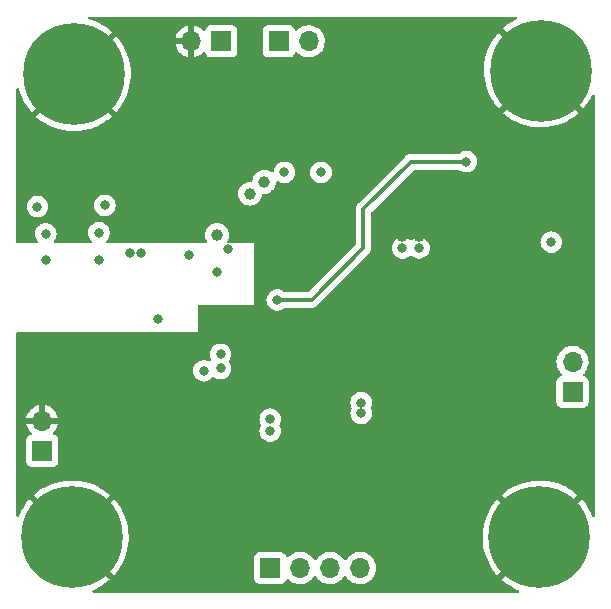
<source format=gbr>
%TF.GenerationSoftware,KiCad,Pcbnew,(6.0.7)*%
%TF.CreationDate,2023-05-29T18:59:42-07:00*%
%TF.ProjectId,STM32F4_Breakout,53544d33-3246-4345-9f42-7265616b6f75,rev?*%
%TF.SameCoordinates,Original*%
%TF.FileFunction,Copper,L4,Bot*%
%TF.FilePolarity,Positive*%
%FSLAX46Y46*%
G04 Gerber Fmt 4.6, Leading zero omitted, Abs format (unit mm)*
G04 Created by KiCad (PCBNEW (6.0.7)) date 2023-05-29 18:59:42*
%MOMM*%
%LPD*%
G01*
G04 APERTURE LIST*
%TA.AperFunction,ComponentPad*%
%ADD10R,1.700000X1.700000*%
%TD*%
%TA.AperFunction,ComponentPad*%
%ADD11O,1.700000X1.700000*%
%TD*%
%TA.AperFunction,ComponentPad*%
%ADD12C,0.900000*%
%TD*%
%TA.AperFunction,ComponentPad*%
%ADD13C,8.600000*%
%TD*%
%TA.AperFunction,ViaPad*%
%ADD14C,0.800000*%
%TD*%
%TA.AperFunction,ViaPad*%
%ADD15C,1.000000*%
%TD*%
%TA.AperFunction,Conductor*%
%ADD16C,0.300000*%
%TD*%
G04 APERTURE END LIST*
D10*
%TO.P,J1,1,Pin_1*%
%TO.N,VCC*%
X63100000Y-77075000D03*
D11*
%TO.P,J1,2,Pin_2*%
%TO.N,GND*%
X63100000Y-74535000D03*
%TD*%
D10*
%TO.P,J3,1,Pin_1*%
%TO.N,+3V3*%
X78275000Y-42400000D03*
D11*
%TO.P,J3,2,Pin_2*%
%TO.N,GND*%
X75735000Y-42400000D03*
%TD*%
D12*
%TO.P,H2,1,1*%
%TO.N,GND*%
X107480419Y-82119581D03*
X105200000Y-87625000D03*
X101975000Y-84400000D03*
X107480419Y-86680419D03*
D13*
X105200000Y-84400000D03*
D12*
X102919581Y-82119581D03*
X105200000Y-81175000D03*
X102919581Y-86680419D03*
X108425000Y-84400000D03*
%TD*%
D10*
%TO.P,J6,1,Pin_1*%
%TO.N,USART1_TX*%
X108000000Y-72100000D03*
D11*
%TO.P,J6,2,Pin_2*%
%TO.N,USART1_RX*%
X108000000Y-69560000D03*
%TD*%
D12*
%TO.P,H3,1,1*%
%TO.N,GND*%
X103039162Y-47160838D03*
X108544581Y-44880419D03*
X107600000Y-47160838D03*
X102094581Y-44880419D03*
X105319581Y-48105419D03*
X107600000Y-42600000D03*
X105319581Y-41655419D03*
D13*
X105319581Y-44880419D03*
D12*
X103039162Y-42600000D03*
%TD*%
D10*
%TO.P,J5,1,Pin_1*%
%TO.N,SPI1_CS*%
X82400000Y-87000000D03*
D11*
%TO.P,J5,2,Pin_2*%
%TO.N,SPI1_SCK*%
X84940000Y-87000000D03*
%TO.P,J5,3,Pin_3*%
%TO.N,SPI1_MISO*%
X87480000Y-87000000D03*
%TO.P,J5,4,Pin_4*%
%TO.N,SPI1_MOSI*%
X90020000Y-87000000D03*
%TD*%
D12*
%TO.P,H4,1,1*%
%TO.N,GND*%
X69025000Y-45200000D03*
X63519581Y-47480419D03*
X68080419Y-42919581D03*
X65800000Y-41975000D03*
D13*
X65800000Y-45200000D03*
D12*
X68080419Y-47480419D03*
X65800000Y-48425000D03*
X62575000Y-45200000D03*
X63519581Y-42919581D03*
%TD*%
%TO.P,H1,1,1*%
%TO.N,GND*%
X67880419Y-86680419D03*
X68825000Y-84400000D03*
X63319581Y-86680419D03*
X65600000Y-87625000D03*
X62375000Y-84400000D03*
D13*
X65600000Y-84400000D03*
D12*
X67880419Y-82119581D03*
X65600000Y-81175000D03*
X63319581Y-82119581D03*
%TD*%
D10*
%TO.P,J2,1,Pin_1*%
%TO.N,I2C1_SDA*%
X83125000Y-42400000D03*
D11*
%TO.P,J2,2,Pin_2*%
%TO.N,I2C1_SCL*%
X85665000Y-42400000D03*
%TD*%
D14*
%TO.N,GND*%
X92000000Y-71000000D03*
X108200000Y-55100000D03*
X80400000Y-72400000D03*
D15*
X93600000Y-58900000D03*
D14*
X72900000Y-65900000D03*
X108200000Y-56400000D03*
D15*
X93100000Y-71800000D03*
X61900000Y-68500000D03*
X95000000Y-58900000D03*
D14*
X87400000Y-74300000D03*
D15*
X61900000Y-71600000D03*
D14*
X88800000Y-75400000D03*
D15*
X77900000Y-57200000D03*
D14*
X71500000Y-60300000D03*
X92000000Y-72000000D03*
D15*
X96100000Y-61100000D03*
D14*
X70500000Y-60300000D03*
D15*
X64000000Y-70100000D03*
D14*
X108100000Y-52600000D03*
X78800000Y-60000000D03*
X80400000Y-73300000D03*
D15*
X82800000Y-55400000D03*
D14*
X78100000Y-65600000D03*
X72900000Y-67800000D03*
D15*
X61900000Y-70100000D03*
D14*
X75500000Y-60500000D03*
D15*
X64000000Y-71600000D03*
D14*
X77100000Y-65600000D03*
%TO.N,+3V3*%
X67900000Y-58600000D03*
X78200000Y-68900000D03*
D15*
X80700000Y-55300000D03*
D14*
X90100000Y-73000000D03*
X76800000Y-70300000D03*
X82400000Y-74400000D03*
X82400000Y-75400000D03*
X67900000Y-60900000D03*
X90100000Y-73900000D03*
D15*
X77900000Y-58800000D03*
D14*
X86700000Y-53500000D03*
X95000000Y-59900000D03*
X106200000Y-59400000D03*
X78200000Y-70100000D03*
X63400000Y-58700000D03*
X93600000Y-59900000D03*
X68400000Y-56300000D03*
D15*
X81900000Y-54300000D03*
D14*
X77880356Y-61975111D03*
X83600000Y-53500000D03*
X62700000Y-56400000D03*
X63400000Y-60900000D03*
%TO.N,NRST*%
X83000000Y-64300000D03*
X99000000Y-52600000D03*
%TD*%
D16*
%TO.N,NRST*%
X90300000Y-59900000D02*
X90300000Y-56600000D01*
X94300000Y-52600000D02*
X99000000Y-52600000D01*
X83000000Y-64300000D02*
X85900000Y-64300000D01*
X85900000Y-64300000D02*
X90300000Y-59900000D01*
X90300000Y-56600000D02*
X94300000Y-52600000D01*
%TD*%
%TA.AperFunction,Conductor*%
%TO.N,GND*%
G36*
X103246227Y-40328502D02*
G01*
X103292720Y-40382158D01*
X103302824Y-40452432D01*
X103273330Y-40517012D01*
X103230857Y-40548926D01*
X103114714Y-40602469D01*
X103109745Y-40605033D01*
X102743162Y-40815403D01*
X102738429Y-40818406D01*
X102392001Y-41060528D01*
X102387560Y-41063936D01*
X102116057Y-41292158D01*
X102107612Y-41304875D01*
X102113720Y-41315348D01*
X102513074Y-41714702D01*
X102974373Y-42176002D01*
X103039161Y-42240790D01*
X103924459Y-43126087D01*
X107600000Y-46801628D01*
X108485298Y-47686925D01*
X108881726Y-48083353D01*
X108895484Y-48090865D01*
X108904844Y-48084408D01*
X109073825Y-47891722D01*
X109077325Y-47887354D01*
X109326654Y-47546064D01*
X109329749Y-47541406D01*
X109547741Y-47179322D01*
X109550422Y-47174383D01*
X109652204Y-46965237D01*
X109699998Y-46912737D01*
X109768589Y-46894411D01*
X109836199Y-46916077D01*
X109881362Y-46970856D01*
X109891500Y-47020373D01*
X109891500Y-82527958D01*
X109871498Y-82596079D01*
X109817842Y-82642572D01*
X109747568Y-82652676D01*
X109682988Y-82623182D01*
X109649474Y-82577089D01*
X109545107Y-82330618D01*
X109542683Y-82325536D01*
X109343936Y-81952535D01*
X109341085Y-81947713D01*
X109109974Y-81593865D01*
X109106692Y-81589297D01*
X108845030Y-81257380D01*
X108841382Y-81253155D01*
X108788103Y-81196715D01*
X108774389Y-81188705D01*
X108773517Y-81188742D01*
X108765438Y-81193772D01*
X108365717Y-81593493D01*
X107480419Y-82478790D01*
X106954332Y-83004878D01*
X103804879Y-86154331D01*
X102919581Y-87039628D01*
X102393494Y-87565716D01*
X101996736Y-87962474D01*
X101989122Y-87976418D01*
X101989171Y-87977110D01*
X101994617Y-87985274D01*
X102072268Y-88057812D01*
X102076507Y-88061433D01*
X102409802Y-88321363D01*
X102414359Y-88324602D01*
X102769448Y-88553880D01*
X102774250Y-88556686D01*
X103148316Y-88753491D01*
X103153374Y-88755871D01*
X103377074Y-88849218D01*
X103432238Y-88893911D01*
X103454482Y-88961333D01*
X103436744Y-89030078D01*
X103384655Y-89078320D01*
X103328551Y-89091500D01*
X67472960Y-89091500D01*
X67404839Y-89071498D01*
X67358346Y-89017842D01*
X67348242Y-88947568D01*
X67377736Y-88882988D01*
X67423222Y-88849732D01*
X67692126Y-88734202D01*
X67697169Y-88731764D01*
X68069131Y-88531063D01*
X68073935Y-88528188D01*
X68426563Y-88295231D01*
X68431126Y-88291916D01*
X68761658Y-88028529D01*
X68765873Y-88024852D01*
X68803823Y-87988649D01*
X68811763Y-87974890D01*
X68811713Y-87973843D01*
X68806822Y-87966032D01*
X68738924Y-87898134D01*
X81041500Y-87898134D01*
X81048255Y-87960316D01*
X81099385Y-88096705D01*
X81186739Y-88213261D01*
X81303295Y-88300615D01*
X81439684Y-88351745D01*
X81501866Y-88358500D01*
X83298134Y-88358500D01*
X83360316Y-88351745D01*
X83496705Y-88300615D01*
X83613261Y-88213261D01*
X83700615Y-88096705D01*
X83739156Y-87993898D01*
X83744598Y-87979382D01*
X83787240Y-87922618D01*
X83853802Y-87897918D01*
X83923150Y-87913126D01*
X83957817Y-87941114D01*
X83986250Y-87973938D01*
X84123996Y-88088297D01*
X84150420Y-88110234D01*
X84158126Y-88116632D01*
X84351000Y-88229338D01*
X84559692Y-88309030D01*
X84564760Y-88310061D01*
X84564763Y-88310062D01*
X84620310Y-88321363D01*
X84778597Y-88353567D01*
X84783772Y-88353757D01*
X84783774Y-88353757D01*
X84996673Y-88361564D01*
X84996677Y-88361564D01*
X85001837Y-88361753D01*
X85006957Y-88361097D01*
X85006959Y-88361097D01*
X85218288Y-88334025D01*
X85218289Y-88334025D01*
X85223416Y-88333368D01*
X85228366Y-88331883D01*
X85432429Y-88270661D01*
X85432434Y-88270659D01*
X85437384Y-88269174D01*
X85637994Y-88170896D01*
X85819860Y-88041173D01*
X85867301Y-87993898D01*
X85963616Y-87897918D01*
X85978096Y-87883489D01*
X86108453Y-87702077D01*
X86109776Y-87703028D01*
X86156645Y-87659857D01*
X86226580Y-87647625D01*
X86292026Y-87675144D01*
X86319875Y-87706994D01*
X86379987Y-87805088D01*
X86526250Y-87973938D01*
X86663996Y-88088297D01*
X86690420Y-88110234D01*
X86698126Y-88116632D01*
X86891000Y-88229338D01*
X87099692Y-88309030D01*
X87104760Y-88310061D01*
X87104763Y-88310062D01*
X87160310Y-88321363D01*
X87318597Y-88353567D01*
X87323772Y-88353757D01*
X87323774Y-88353757D01*
X87536673Y-88361564D01*
X87536677Y-88361564D01*
X87541837Y-88361753D01*
X87546957Y-88361097D01*
X87546959Y-88361097D01*
X87758288Y-88334025D01*
X87758289Y-88334025D01*
X87763416Y-88333368D01*
X87768366Y-88331883D01*
X87972429Y-88270661D01*
X87972434Y-88270659D01*
X87977384Y-88269174D01*
X88177994Y-88170896D01*
X88359860Y-88041173D01*
X88407301Y-87993898D01*
X88503616Y-87897918D01*
X88518096Y-87883489D01*
X88648453Y-87702077D01*
X88649776Y-87703028D01*
X88696645Y-87659857D01*
X88766580Y-87647625D01*
X88832026Y-87675144D01*
X88859875Y-87706994D01*
X88919987Y-87805088D01*
X89066250Y-87973938D01*
X89203996Y-88088297D01*
X89230420Y-88110234D01*
X89238126Y-88116632D01*
X89431000Y-88229338D01*
X89639692Y-88309030D01*
X89644760Y-88310061D01*
X89644763Y-88310062D01*
X89700310Y-88321363D01*
X89858597Y-88353567D01*
X89863772Y-88353757D01*
X89863774Y-88353757D01*
X90076673Y-88361564D01*
X90076677Y-88361564D01*
X90081837Y-88361753D01*
X90086957Y-88361097D01*
X90086959Y-88361097D01*
X90298288Y-88334025D01*
X90298289Y-88334025D01*
X90303416Y-88333368D01*
X90308366Y-88331883D01*
X90512429Y-88270661D01*
X90512434Y-88270659D01*
X90517384Y-88269174D01*
X90717994Y-88170896D01*
X90899860Y-88041173D01*
X90947301Y-87993898D01*
X91043616Y-87897918D01*
X91058096Y-87883489D01*
X91188453Y-87702077D01*
X91209320Y-87659857D01*
X91285136Y-87506453D01*
X91285137Y-87506451D01*
X91287430Y-87501811D01*
X91352370Y-87288069D01*
X91381529Y-87066590D01*
X91383156Y-87000000D01*
X91364852Y-86777361D01*
X91310431Y-86560702D01*
X91221354Y-86355840D01*
X91181906Y-86294862D01*
X91102822Y-86172617D01*
X91102820Y-86172614D01*
X91100014Y-86168277D01*
X90949670Y-86003051D01*
X90945619Y-85999852D01*
X90945615Y-85999848D01*
X90778414Y-85867800D01*
X90778410Y-85867798D01*
X90774359Y-85864598D01*
X90578789Y-85756638D01*
X90573920Y-85754914D01*
X90573916Y-85754912D01*
X90373087Y-85683795D01*
X90373083Y-85683794D01*
X90368212Y-85682069D01*
X90363119Y-85681162D01*
X90363116Y-85681161D01*
X90153373Y-85643800D01*
X90153367Y-85643799D01*
X90148284Y-85642894D01*
X90074452Y-85641992D01*
X89930081Y-85640228D01*
X89930079Y-85640228D01*
X89924911Y-85640165D01*
X89704091Y-85673955D01*
X89491756Y-85743357D01*
X89461443Y-85759137D01*
X89392317Y-85795122D01*
X89293607Y-85846507D01*
X89289474Y-85849610D01*
X89289471Y-85849612D01*
X89119100Y-85977530D01*
X89114965Y-85980635D01*
X89111393Y-85984373D01*
X88974571Y-86127549D01*
X88960629Y-86142138D01*
X88853201Y-86299621D01*
X88798293Y-86344621D01*
X88727768Y-86352792D01*
X88664021Y-86321538D01*
X88643324Y-86297054D01*
X88562822Y-86172617D01*
X88562820Y-86172614D01*
X88560014Y-86168277D01*
X88409670Y-86003051D01*
X88405619Y-85999852D01*
X88405615Y-85999848D01*
X88238414Y-85867800D01*
X88238410Y-85867798D01*
X88234359Y-85864598D01*
X88038789Y-85756638D01*
X88033920Y-85754914D01*
X88033916Y-85754912D01*
X87833087Y-85683795D01*
X87833083Y-85683794D01*
X87828212Y-85682069D01*
X87823119Y-85681162D01*
X87823116Y-85681161D01*
X87613373Y-85643800D01*
X87613367Y-85643799D01*
X87608284Y-85642894D01*
X87534452Y-85641992D01*
X87390081Y-85640228D01*
X87390079Y-85640228D01*
X87384911Y-85640165D01*
X87164091Y-85673955D01*
X86951756Y-85743357D01*
X86921443Y-85759137D01*
X86852317Y-85795122D01*
X86753607Y-85846507D01*
X86749474Y-85849610D01*
X86749471Y-85849612D01*
X86579100Y-85977530D01*
X86574965Y-85980635D01*
X86571393Y-85984373D01*
X86434571Y-86127549D01*
X86420629Y-86142138D01*
X86313201Y-86299621D01*
X86258293Y-86344621D01*
X86187768Y-86352792D01*
X86124021Y-86321538D01*
X86103324Y-86297054D01*
X86022822Y-86172617D01*
X86022820Y-86172614D01*
X86020014Y-86168277D01*
X85869670Y-86003051D01*
X85865619Y-85999852D01*
X85865615Y-85999848D01*
X85698414Y-85867800D01*
X85698410Y-85867798D01*
X85694359Y-85864598D01*
X85498789Y-85756638D01*
X85493920Y-85754914D01*
X85493916Y-85754912D01*
X85293087Y-85683795D01*
X85293083Y-85683794D01*
X85288212Y-85682069D01*
X85283119Y-85681162D01*
X85283116Y-85681161D01*
X85073373Y-85643800D01*
X85073367Y-85643799D01*
X85068284Y-85642894D01*
X84994452Y-85641992D01*
X84850081Y-85640228D01*
X84850079Y-85640228D01*
X84844911Y-85640165D01*
X84624091Y-85673955D01*
X84411756Y-85743357D01*
X84381443Y-85759137D01*
X84312317Y-85795122D01*
X84213607Y-85846507D01*
X84209474Y-85849610D01*
X84209471Y-85849612D01*
X84039100Y-85977530D01*
X84034965Y-85980635D01*
X83978537Y-86039684D01*
X83954283Y-86065064D01*
X83892759Y-86100494D01*
X83821846Y-86097037D01*
X83764060Y-86055791D01*
X83745207Y-86022243D01*
X83703767Y-85911703D01*
X83700615Y-85903295D01*
X83613261Y-85786739D01*
X83496705Y-85699385D01*
X83360316Y-85648255D01*
X83298134Y-85641500D01*
X81501866Y-85641500D01*
X81439684Y-85648255D01*
X81303295Y-85699385D01*
X81186739Y-85786739D01*
X81099385Y-85903295D01*
X81048255Y-86039684D01*
X81041500Y-86101866D01*
X81041500Y-87898134D01*
X68738924Y-87898134D01*
X68406507Y-87565717D01*
X67521210Y-86680419D01*
X66995122Y-86154332D01*
X65241922Y-84401132D01*
X65964408Y-84401132D01*
X65964539Y-84402965D01*
X65968790Y-84409580D01*
X67354331Y-85795121D01*
X67870621Y-86311412D01*
X67880418Y-86321209D01*
X68765716Y-87206506D01*
X69162142Y-87602932D01*
X69175903Y-87610446D01*
X69185263Y-87603989D01*
X69354244Y-87411303D01*
X69357744Y-87406935D01*
X69607073Y-87065645D01*
X69610168Y-87060987D01*
X69828160Y-86698903D01*
X69830841Y-86693964D01*
X70015779Y-86313946D01*
X70018014Y-86308780D01*
X70168442Y-85913815D01*
X70170201Y-85908496D01*
X70284920Y-85501730D01*
X70286204Y-85496259D01*
X70364315Y-85080883D01*
X70365102Y-85075346D01*
X70406035Y-84654102D01*
X70406308Y-84649665D01*
X70412788Y-84402233D01*
X70412746Y-84397762D01*
X70407360Y-84276825D01*
X100388855Y-84276825D01*
X100396600Y-84699410D01*
X100396950Y-84704976D01*
X100442231Y-85125208D01*
X100443078Y-85130746D01*
X100525535Y-85545286D01*
X100526864Y-85550698D01*
X100645852Y-85956289D01*
X100647658Y-85961564D01*
X100802219Y-86354948D01*
X100804501Y-86360072D01*
X100993416Y-86738150D01*
X100996140Y-86743043D01*
X101217917Y-87102833D01*
X101221068Y-87107469D01*
X101473955Y-87446127D01*
X101477488Y-87450444D01*
X101613222Y-87601988D01*
X101626717Y-87610351D01*
X101636128Y-87604662D01*
X102034283Y-87206507D01*
X102919581Y-86321210D01*
X102929378Y-86311413D01*
X103445668Y-85795122D01*
X104827978Y-84412812D01*
X104835592Y-84398868D01*
X104835461Y-84397035D01*
X104831210Y-84390420D01*
X103445669Y-83004879D01*
X102560372Y-82119581D01*
X102034284Y-81593494D01*
X101635561Y-81194771D01*
X101622253Y-81187504D01*
X101612214Y-81194626D01*
X101368223Y-81487994D01*
X101364828Y-81492467D01*
X101124528Y-81840152D01*
X101121549Y-81844902D01*
X100913106Y-82212575D01*
X100910562Y-82217568D01*
X100735629Y-82602312D01*
X100733538Y-82607511D01*
X100593498Y-83006290D01*
X100591877Y-83011659D01*
X100487840Y-83421303D01*
X100486706Y-83426776D01*
X100419496Y-83844054D01*
X100418851Y-83849632D01*
X100389002Y-84271204D01*
X100388855Y-84276825D01*
X70407360Y-84276825D01*
X70393917Y-83974973D01*
X70393419Y-83969386D01*
X70337155Y-83550499D01*
X70336162Y-83544976D01*
X70242883Y-83132748D01*
X70241410Y-83127361D01*
X70111847Y-82725025D01*
X70109910Y-82719815D01*
X69945098Y-82330599D01*
X69942683Y-82325536D01*
X69743936Y-81952535D01*
X69741085Y-81947713D01*
X69509974Y-81593865D01*
X69506692Y-81589297D01*
X69245030Y-81257380D01*
X69241382Y-81253155D01*
X69188103Y-81196715D01*
X69174389Y-81188705D01*
X69173517Y-81188742D01*
X69165438Y-81193772D01*
X68765717Y-81593493D01*
X67880419Y-82478790D01*
X67354332Y-83004878D01*
X65972022Y-84387188D01*
X65964408Y-84401132D01*
X65241922Y-84401132D01*
X63845669Y-83004879D01*
X62960372Y-82119581D01*
X62434284Y-81593494D01*
X62035561Y-81194771D01*
X62022253Y-81187504D01*
X62012214Y-81194626D01*
X61768223Y-81487994D01*
X61764828Y-81492467D01*
X61524528Y-81840152D01*
X61521549Y-81844902D01*
X61313106Y-82212575D01*
X61310562Y-82217568D01*
X61149201Y-82572461D01*
X61102797Y-82626194D01*
X61034710Y-82646310D01*
X60966556Y-82626421D01*
X60919974Y-82572843D01*
X60908500Y-82520310D01*
X60908500Y-80824456D01*
X62388031Y-80824456D01*
X62394139Y-80834929D01*
X62793493Y-81234283D01*
X63319580Y-81760371D01*
X64204878Y-82645668D01*
X65587188Y-84027978D01*
X65601132Y-84035592D01*
X65602965Y-84035461D01*
X65609580Y-84031210D01*
X66995121Y-82645669D01*
X67880419Y-81760372D01*
X68406506Y-81234284D01*
X68802754Y-80838036D01*
X68810169Y-80824456D01*
X101988031Y-80824456D01*
X101994139Y-80834929D01*
X102393493Y-81234283D01*
X102919580Y-81760371D01*
X103804878Y-82645668D01*
X105187188Y-84027978D01*
X105201132Y-84035592D01*
X105202965Y-84035461D01*
X105209580Y-84031210D01*
X106595121Y-82645669D01*
X107480419Y-81760372D01*
X108006506Y-81234284D01*
X108402754Y-80838036D01*
X108410316Y-80824187D01*
X108403987Y-80814962D01*
X108230928Y-80661582D01*
X108226561Y-80658046D01*
X107886600Y-80406948D01*
X107881947Y-80403821D01*
X107520995Y-80183926D01*
X107516094Y-80181232D01*
X107137027Y-79994297D01*
X107131904Y-79992048D01*
X106737707Y-79839545D01*
X106732417Y-79837765D01*
X106326218Y-79720904D01*
X106320794Y-79719602D01*
X105905822Y-79639316D01*
X105900293Y-79638500D01*
X105479828Y-79595420D01*
X105474247Y-79595098D01*
X105051635Y-79589566D01*
X105046024Y-79589742D01*
X104624593Y-79621800D01*
X104619036Y-79622472D01*
X104202128Y-79691864D01*
X104196631Y-79693032D01*
X103787547Y-79799209D01*
X103782181Y-79800861D01*
X103384153Y-79942983D01*
X103378965Y-79945100D01*
X102995133Y-80122050D01*
X102990164Y-80124614D01*
X102623581Y-80334984D01*
X102618848Y-80337987D01*
X102272420Y-80580109D01*
X102267979Y-80583517D01*
X101996476Y-80811739D01*
X101988031Y-80824456D01*
X68810169Y-80824456D01*
X68810316Y-80824187D01*
X68803987Y-80814962D01*
X68630928Y-80661582D01*
X68626561Y-80658046D01*
X68286600Y-80406948D01*
X68281947Y-80403821D01*
X67920995Y-80183926D01*
X67916094Y-80181232D01*
X67537027Y-79994297D01*
X67531904Y-79992048D01*
X67137707Y-79839545D01*
X67132417Y-79837765D01*
X66726218Y-79720904D01*
X66720794Y-79719602D01*
X66305822Y-79639316D01*
X66300293Y-79638500D01*
X65879828Y-79595420D01*
X65874247Y-79595098D01*
X65451635Y-79589566D01*
X65446024Y-79589742D01*
X65024593Y-79621800D01*
X65019036Y-79622472D01*
X64602128Y-79691864D01*
X64596631Y-79693032D01*
X64187547Y-79799209D01*
X64182181Y-79800861D01*
X63784153Y-79942983D01*
X63778965Y-79945100D01*
X63395133Y-80122050D01*
X63390164Y-80124614D01*
X63023581Y-80334984D01*
X63018848Y-80337987D01*
X62672420Y-80580109D01*
X62667979Y-80583517D01*
X62396476Y-80811739D01*
X62388031Y-80824456D01*
X60908500Y-80824456D01*
X60908500Y-77973134D01*
X61741500Y-77973134D01*
X61748255Y-78035316D01*
X61799385Y-78171705D01*
X61886739Y-78288261D01*
X62003295Y-78375615D01*
X62139684Y-78426745D01*
X62201866Y-78433500D01*
X63998134Y-78433500D01*
X64060316Y-78426745D01*
X64196705Y-78375615D01*
X64313261Y-78288261D01*
X64400615Y-78171705D01*
X64451745Y-78035316D01*
X64458500Y-77973134D01*
X64458500Y-76176866D01*
X64451745Y-76114684D01*
X64400615Y-75978295D01*
X64313261Y-75861739D01*
X64196705Y-75774385D01*
X64077687Y-75729767D01*
X64020923Y-75687125D01*
X63996223Y-75620564D01*
X64011430Y-75551215D01*
X64032977Y-75522535D01*
X64134052Y-75421812D01*
X64140730Y-75413965D01*
X64150765Y-75400000D01*
X81486496Y-75400000D01*
X81487186Y-75406565D01*
X81488789Y-75421812D01*
X81506458Y-75589928D01*
X81565473Y-75771556D01*
X81660960Y-75936944D01*
X81665378Y-75941851D01*
X81665379Y-75941852D01*
X81705763Y-75986703D01*
X81788747Y-76078866D01*
X81943248Y-76191118D01*
X81949276Y-76193802D01*
X81949278Y-76193803D01*
X82111681Y-76266109D01*
X82117712Y-76268794D01*
X82211113Y-76288647D01*
X82298056Y-76307128D01*
X82298061Y-76307128D01*
X82304513Y-76308500D01*
X82495487Y-76308500D01*
X82501939Y-76307128D01*
X82501944Y-76307128D01*
X82588887Y-76288647D01*
X82682288Y-76268794D01*
X82688319Y-76266109D01*
X82850722Y-76193803D01*
X82850724Y-76193802D01*
X82856752Y-76191118D01*
X83011253Y-76078866D01*
X83094237Y-75986703D01*
X83134621Y-75941852D01*
X83134622Y-75941851D01*
X83139040Y-75936944D01*
X83234527Y-75771556D01*
X83293542Y-75589928D01*
X83311212Y-75421812D01*
X83312814Y-75406565D01*
X83313504Y-75400000D01*
X83293542Y-75210072D01*
X83234527Y-75028444D01*
X83196743Y-74963000D01*
X83180005Y-74894005D01*
X83196743Y-74837000D01*
X83231223Y-74777279D01*
X83231224Y-74777278D01*
X83234527Y-74771556D01*
X83293542Y-74589928D01*
X83313504Y-74400000D01*
X83300821Y-74279329D01*
X83294232Y-74216635D01*
X83294232Y-74216633D01*
X83293542Y-74210072D01*
X83234527Y-74028444D01*
X83160370Y-73900000D01*
X89186496Y-73900000D01*
X89187186Y-73906565D01*
X89203290Y-74059783D01*
X89206458Y-74089928D01*
X89265473Y-74271556D01*
X89268776Y-74277278D01*
X89268777Y-74277279D01*
X89302686Y-74336010D01*
X89360960Y-74436944D01*
X89488747Y-74578866D01*
X89643248Y-74691118D01*
X89649276Y-74693802D01*
X89649278Y-74693803D01*
X89809799Y-74765271D01*
X89817712Y-74768794D01*
X89911112Y-74788647D01*
X89998056Y-74807128D01*
X89998061Y-74807128D01*
X90004513Y-74808500D01*
X90195487Y-74808500D01*
X90201939Y-74807128D01*
X90201944Y-74807128D01*
X90288888Y-74788647D01*
X90382288Y-74768794D01*
X90390201Y-74765271D01*
X90550722Y-74693803D01*
X90550724Y-74693802D01*
X90556752Y-74691118D01*
X90711253Y-74578866D01*
X90839040Y-74436944D01*
X90897314Y-74336010D01*
X90931223Y-74277279D01*
X90931224Y-74277278D01*
X90934527Y-74271556D01*
X90993542Y-74089928D01*
X90996711Y-74059783D01*
X91012814Y-73906565D01*
X91013504Y-73900000D01*
X90993542Y-73710072D01*
X90934527Y-73528444D01*
X90925611Y-73513001D01*
X90908872Y-73444007D01*
X90925611Y-73386998D01*
X90931224Y-73377277D01*
X90934527Y-73371556D01*
X90993542Y-73189928D01*
X91013504Y-73000000D01*
X90993542Y-72810072D01*
X90934527Y-72628444D01*
X90839040Y-72463056D01*
X90711253Y-72321134D01*
X90556752Y-72208882D01*
X90550724Y-72206198D01*
X90550722Y-72206197D01*
X90388319Y-72133891D01*
X90388318Y-72133891D01*
X90382288Y-72131206D01*
X90288888Y-72111353D01*
X90201944Y-72092872D01*
X90201939Y-72092872D01*
X90195487Y-72091500D01*
X90004513Y-72091500D01*
X89998061Y-72092872D01*
X89998056Y-72092872D01*
X89911112Y-72111353D01*
X89817712Y-72131206D01*
X89811682Y-72133891D01*
X89811681Y-72133891D01*
X89649278Y-72206197D01*
X89649276Y-72206198D01*
X89643248Y-72208882D01*
X89488747Y-72321134D01*
X89360960Y-72463056D01*
X89265473Y-72628444D01*
X89206458Y-72810072D01*
X89186496Y-73000000D01*
X89206458Y-73189928D01*
X89265473Y-73371556D01*
X89268776Y-73377277D01*
X89274389Y-73386998D01*
X89291128Y-73455993D01*
X89274390Y-73513000D01*
X89265473Y-73528444D01*
X89206458Y-73710072D01*
X89186496Y-73900000D01*
X83160370Y-73900000D01*
X83139040Y-73863056D01*
X83011253Y-73721134D01*
X82856752Y-73608882D01*
X82850724Y-73606198D01*
X82850722Y-73606197D01*
X82688319Y-73533891D01*
X82688318Y-73533891D01*
X82682288Y-73531206D01*
X82588887Y-73511353D01*
X82501944Y-73492872D01*
X82501939Y-73492872D01*
X82495487Y-73491500D01*
X82304513Y-73491500D01*
X82298061Y-73492872D01*
X82298056Y-73492872D01*
X82211113Y-73511353D01*
X82117712Y-73531206D01*
X82111682Y-73533891D01*
X82111681Y-73533891D01*
X81949278Y-73606197D01*
X81949276Y-73606198D01*
X81943248Y-73608882D01*
X81788747Y-73721134D01*
X81660960Y-73863056D01*
X81565473Y-74028444D01*
X81506458Y-74210072D01*
X81505768Y-74216633D01*
X81505768Y-74216635D01*
X81499179Y-74279329D01*
X81486496Y-74400000D01*
X81506458Y-74589928D01*
X81565473Y-74771556D01*
X81568776Y-74777278D01*
X81568777Y-74777279D01*
X81603257Y-74837000D01*
X81619995Y-74905995D01*
X81603257Y-74963000D01*
X81565473Y-75028444D01*
X81506458Y-75210072D01*
X81486496Y-75400000D01*
X64150765Y-75400000D01*
X64265003Y-75241020D01*
X64270313Y-75232183D01*
X64364670Y-75041267D01*
X64368469Y-75031672D01*
X64430377Y-74827910D01*
X64432555Y-74817837D01*
X64433986Y-74806962D01*
X64431775Y-74792778D01*
X64418617Y-74789000D01*
X61783225Y-74789000D01*
X61769694Y-74792973D01*
X61768257Y-74802966D01*
X61798565Y-74937446D01*
X61801645Y-74947275D01*
X61881770Y-75144603D01*
X61886413Y-75153794D01*
X61997694Y-75335388D01*
X62003777Y-75343699D01*
X62143213Y-75504667D01*
X62150577Y-75511879D01*
X62155522Y-75515985D01*
X62195156Y-75574889D01*
X62196653Y-75645870D01*
X62159537Y-75706392D01*
X62119264Y-75730910D01*
X62011705Y-75771232D01*
X62011704Y-75771233D01*
X62003295Y-75774385D01*
X61886739Y-75861739D01*
X61799385Y-75978295D01*
X61748255Y-76114684D01*
X61741500Y-76176866D01*
X61741500Y-77973134D01*
X60908500Y-77973134D01*
X60908500Y-74269183D01*
X61764389Y-74269183D01*
X61765912Y-74277607D01*
X61778292Y-74281000D01*
X62827885Y-74281000D01*
X62843124Y-74276525D01*
X62844329Y-74275135D01*
X62846000Y-74267452D01*
X62846000Y-74262885D01*
X63354000Y-74262885D01*
X63358475Y-74278124D01*
X63359865Y-74279329D01*
X63367548Y-74281000D01*
X64418344Y-74281000D01*
X64431875Y-74277027D01*
X64433180Y-74267947D01*
X64391214Y-74100875D01*
X64387894Y-74091124D01*
X64302972Y-73895814D01*
X64298105Y-73886739D01*
X64182426Y-73707926D01*
X64176136Y-73699757D01*
X64032806Y-73542240D01*
X64025273Y-73535215D01*
X63858139Y-73403222D01*
X63849552Y-73397517D01*
X63663117Y-73294599D01*
X63653705Y-73290369D01*
X63452959Y-73219280D01*
X63442988Y-73216646D01*
X63371837Y-73203972D01*
X63358540Y-73205432D01*
X63354000Y-73219989D01*
X63354000Y-74262885D01*
X62846000Y-74262885D01*
X62846000Y-73218102D01*
X62842082Y-73204758D01*
X62827806Y-73202771D01*
X62789324Y-73208660D01*
X62779288Y-73211051D01*
X62576868Y-73277212D01*
X62567359Y-73281209D01*
X62378463Y-73379542D01*
X62369738Y-73385036D01*
X62199433Y-73512905D01*
X62191726Y-73519748D01*
X62044590Y-73673717D01*
X62038104Y-73681727D01*
X61918098Y-73857649D01*
X61913000Y-73866623D01*
X61823338Y-74059783D01*
X61819775Y-74069470D01*
X61764389Y-74269183D01*
X60908500Y-74269183D01*
X60908500Y-70300000D01*
X75886496Y-70300000D01*
X75887186Y-70306565D01*
X75905129Y-70477279D01*
X75906458Y-70489928D01*
X75965473Y-70671556D01*
X76060960Y-70836944D01*
X76065378Y-70841851D01*
X76065379Y-70841852D01*
X76179678Y-70968794D01*
X76188747Y-70978866D01*
X76343248Y-71091118D01*
X76349276Y-71093802D01*
X76349278Y-71093803D01*
X76511681Y-71166109D01*
X76517712Y-71168794D01*
X76611112Y-71188647D01*
X76698056Y-71207128D01*
X76698061Y-71207128D01*
X76704513Y-71208500D01*
X76895487Y-71208500D01*
X76901939Y-71207128D01*
X76901944Y-71207128D01*
X76988888Y-71188647D01*
X77082288Y-71168794D01*
X77088319Y-71166109D01*
X77250722Y-71093803D01*
X77250724Y-71093802D01*
X77256752Y-71091118D01*
X77411253Y-70978866D01*
X77420322Y-70968794D01*
X77514397Y-70864313D01*
X77574843Y-70827073D01*
X77645827Y-70828425D01*
X77682094Y-70846687D01*
X77729815Y-70881358D01*
X77743248Y-70891118D01*
X77749276Y-70893802D01*
X77749278Y-70893803D01*
X77749539Y-70893919D01*
X77917712Y-70968794D01*
X77983365Y-70982749D01*
X78098056Y-71007128D01*
X78098061Y-71007128D01*
X78104513Y-71008500D01*
X78295487Y-71008500D01*
X78301939Y-71007128D01*
X78301944Y-71007128D01*
X78416635Y-70982749D01*
X78482288Y-70968794D01*
X78650461Y-70893919D01*
X78650722Y-70893803D01*
X78650724Y-70893802D01*
X78656752Y-70891118D01*
X78670186Y-70881358D01*
X78717906Y-70846687D01*
X78811253Y-70778866D01*
X78838815Y-70748255D01*
X78934621Y-70641852D01*
X78934622Y-70641851D01*
X78939040Y-70636944D01*
X79034527Y-70471556D01*
X79093542Y-70289928D01*
X79113504Y-70100000D01*
X79108970Y-70056857D01*
X79094232Y-69916635D01*
X79094232Y-69916633D01*
X79093542Y-69910072D01*
X79034527Y-69728444D01*
X78975722Y-69626590D01*
X78939040Y-69563056D01*
X78941777Y-69561476D01*
X78929224Y-69526695D01*
X106637251Y-69526695D01*
X106637548Y-69531848D01*
X106637548Y-69531851D01*
X106642979Y-69626045D01*
X106650110Y-69749715D01*
X106651247Y-69754761D01*
X106651248Y-69754767D01*
X106654405Y-69768774D01*
X106699222Y-69967639D01*
X106783266Y-70174616D01*
X106899987Y-70365088D01*
X107046250Y-70533938D01*
X107050230Y-70537242D01*
X107054981Y-70541187D01*
X107094616Y-70600090D01*
X107096113Y-70671071D01*
X107058997Y-70731593D01*
X107018725Y-70756112D01*
X106971129Y-70773955D01*
X106903295Y-70799385D01*
X106786739Y-70886739D01*
X106699385Y-71003295D01*
X106648255Y-71139684D01*
X106641500Y-71201866D01*
X106641500Y-72998134D01*
X106648255Y-73060316D01*
X106699385Y-73196705D01*
X106786739Y-73313261D01*
X106903295Y-73400615D01*
X107039684Y-73451745D01*
X107101866Y-73458500D01*
X108898134Y-73458500D01*
X108960316Y-73451745D01*
X109096705Y-73400615D01*
X109213261Y-73313261D01*
X109300615Y-73196705D01*
X109351745Y-73060316D01*
X109358500Y-72998134D01*
X109358500Y-71201866D01*
X109351745Y-71139684D01*
X109300615Y-71003295D01*
X109213261Y-70886739D01*
X109096705Y-70799385D01*
X109028871Y-70773955D01*
X108978203Y-70754960D01*
X108921439Y-70712318D01*
X108896739Y-70645756D01*
X108911947Y-70576408D01*
X108933493Y-70547727D01*
X109034435Y-70447137D01*
X109038096Y-70443489D01*
X109097594Y-70360689D01*
X109165435Y-70266277D01*
X109168453Y-70262077D01*
X109240335Y-70116635D01*
X109265136Y-70066453D01*
X109265137Y-70066451D01*
X109267430Y-70061811D01*
X109332370Y-69848069D01*
X109361529Y-69626590D01*
X109363156Y-69560000D01*
X109344852Y-69337361D01*
X109290431Y-69120702D01*
X109201354Y-68915840D01*
X109080014Y-68728277D01*
X108929670Y-68563051D01*
X108925619Y-68559852D01*
X108925615Y-68559848D01*
X108758414Y-68427800D01*
X108758410Y-68427798D01*
X108754359Y-68424598D01*
X108558789Y-68316638D01*
X108553920Y-68314914D01*
X108553916Y-68314912D01*
X108353087Y-68243795D01*
X108353083Y-68243794D01*
X108348212Y-68242069D01*
X108343119Y-68241162D01*
X108343116Y-68241161D01*
X108133373Y-68203800D01*
X108133367Y-68203799D01*
X108128284Y-68202894D01*
X108054452Y-68201992D01*
X107910081Y-68200228D01*
X107910079Y-68200228D01*
X107904911Y-68200165D01*
X107684091Y-68233955D01*
X107471756Y-68303357D01*
X107273607Y-68406507D01*
X107269474Y-68409610D01*
X107269471Y-68409612D01*
X107102831Y-68534729D01*
X107094965Y-68540635D01*
X106940629Y-68702138D01*
X106814743Y-68886680D01*
X106720688Y-69089305D01*
X106660989Y-69304570D01*
X106637251Y-69526695D01*
X78929224Y-69526695D01*
X78922351Y-69507653D01*
X78938178Y-69438443D01*
X78939114Y-69436987D01*
X78939040Y-69436944D01*
X79031223Y-69277279D01*
X79031224Y-69277278D01*
X79034527Y-69271556D01*
X79093542Y-69089928D01*
X79113504Y-68900000D01*
X79095912Y-68732617D01*
X79094232Y-68716635D01*
X79094232Y-68716633D01*
X79093542Y-68710072D01*
X79034527Y-68528444D01*
X78939040Y-68363056D01*
X78811253Y-68221134D01*
X78656752Y-68108882D01*
X78650724Y-68106198D01*
X78650722Y-68106197D01*
X78488319Y-68033891D01*
X78488318Y-68033891D01*
X78482288Y-68031206D01*
X78388888Y-68011353D01*
X78301944Y-67992872D01*
X78301939Y-67992872D01*
X78295487Y-67991500D01*
X78104513Y-67991500D01*
X78098061Y-67992872D01*
X78098056Y-67992872D01*
X78011112Y-68011353D01*
X77917712Y-68031206D01*
X77911682Y-68033891D01*
X77911681Y-68033891D01*
X77749278Y-68106197D01*
X77749276Y-68106198D01*
X77743248Y-68108882D01*
X77588747Y-68221134D01*
X77460960Y-68363056D01*
X77365473Y-68528444D01*
X77306458Y-68710072D01*
X77305768Y-68716633D01*
X77305768Y-68716635D01*
X77304088Y-68732617D01*
X77286496Y-68900000D01*
X77306458Y-69089928D01*
X77365473Y-69271556D01*
X77384534Y-69304570D01*
X77393624Y-69320315D01*
X77410361Y-69389310D01*
X77387140Y-69456402D01*
X77331333Y-69500289D01*
X77260657Y-69507037D01*
X77233259Y-69498422D01*
X77098543Y-69438443D01*
X77088319Y-69433891D01*
X77088318Y-69433891D01*
X77082288Y-69431206D01*
X76988887Y-69411353D01*
X76901944Y-69392872D01*
X76901939Y-69392872D01*
X76895487Y-69391500D01*
X76704513Y-69391500D01*
X76698061Y-69392872D01*
X76698056Y-69392872D01*
X76611113Y-69411353D01*
X76517712Y-69431206D01*
X76511682Y-69433891D01*
X76511681Y-69433891D01*
X76349278Y-69506197D01*
X76349276Y-69506198D01*
X76343248Y-69508882D01*
X76337907Y-69512762D01*
X76337906Y-69512763D01*
X76311634Y-69531851D01*
X76188747Y-69621134D01*
X76184326Y-69626044D01*
X76184325Y-69626045D01*
X76077626Y-69744547D01*
X76060960Y-69763056D01*
X75965473Y-69928444D01*
X75906458Y-70110072D01*
X75886496Y-70300000D01*
X60908500Y-70300000D01*
X60908500Y-67126000D01*
X60928502Y-67057879D01*
X60982158Y-67011386D01*
X61034500Y-67000000D01*
X76250000Y-67000000D01*
X76250000Y-64876000D01*
X76270002Y-64807879D01*
X76323658Y-64761386D01*
X76376000Y-64750000D01*
X81000000Y-64750000D01*
X81000000Y-64300000D01*
X82086496Y-64300000D01*
X82106458Y-64489928D01*
X82165473Y-64671556D01*
X82260960Y-64836944D01*
X82265378Y-64841851D01*
X82265379Y-64841852D01*
X82384325Y-64973955D01*
X82388747Y-64978866D01*
X82543248Y-65091118D01*
X82549276Y-65093802D01*
X82549278Y-65093803D01*
X82711681Y-65166109D01*
X82717712Y-65168794D01*
X82811112Y-65188647D01*
X82898056Y-65207128D01*
X82898061Y-65207128D01*
X82904513Y-65208500D01*
X83095487Y-65208500D01*
X83101939Y-65207128D01*
X83101944Y-65207128D01*
X83188888Y-65188647D01*
X83282288Y-65168794D01*
X83288319Y-65166109D01*
X83450722Y-65093803D01*
X83450724Y-65093802D01*
X83456752Y-65091118D01*
X83606163Y-64982564D01*
X83673031Y-64958706D01*
X83680224Y-64958500D01*
X85817944Y-64958500D01*
X85829800Y-64959059D01*
X85829803Y-64959059D01*
X85837537Y-64960788D01*
X85908369Y-64958562D01*
X85912327Y-64958500D01*
X85941432Y-64958500D01*
X85945832Y-64957944D01*
X85957664Y-64957012D01*
X86003831Y-64955562D01*
X86024421Y-64949580D01*
X86043782Y-64945570D01*
X86050770Y-64944688D01*
X86057204Y-64943875D01*
X86057205Y-64943875D01*
X86065064Y-64942882D01*
X86072429Y-64939966D01*
X86072433Y-64939965D01*
X86108021Y-64925874D01*
X86119231Y-64922035D01*
X86163600Y-64909145D01*
X86182065Y-64898225D01*
X86199805Y-64889534D01*
X86219756Y-64881635D01*
X86257129Y-64854482D01*
X86267048Y-64847967D01*
X86299977Y-64828493D01*
X86299981Y-64828490D01*
X86306807Y-64824453D01*
X86321971Y-64809289D01*
X86337005Y-64796448D01*
X86347943Y-64788501D01*
X86354357Y-64783841D01*
X86383803Y-64748247D01*
X86391792Y-64739468D01*
X90707605Y-60423655D01*
X90716385Y-60415665D01*
X90716387Y-60415663D01*
X90723080Y-60411416D01*
X90771605Y-60359742D01*
X90774359Y-60356901D01*
X90794927Y-60336333D01*
X90797647Y-60332826D01*
X90805353Y-60323804D01*
X90831544Y-60295913D01*
X90836972Y-60290133D01*
X90840794Y-60283181D01*
X90847303Y-60271342D01*
X90858157Y-60254818D01*
X90866445Y-60244132D01*
X90871304Y-60237868D01*
X90874452Y-60230594D01*
X90889654Y-60195465D01*
X90894876Y-60184805D01*
X90913305Y-60151284D01*
X90913306Y-60151282D01*
X90917124Y-60144337D01*
X90922459Y-60123559D01*
X90928858Y-60104869D01*
X90937380Y-60085176D01*
X90944606Y-60039552D01*
X90947013Y-60027929D01*
X90956528Y-59990868D01*
X90958500Y-59983188D01*
X90958500Y-59961741D01*
X90960051Y-59942031D01*
X90962166Y-59928677D01*
X90963406Y-59920848D01*
X90961435Y-59900000D01*
X92686496Y-59900000D01*
X92706458Y-60089928D01*
X92765473Y-60271556D01*
X92768776Y-60277278D01*
X92768777Y-60277279D01*
X92786803Y-60308500D01*
X92860960Y-60436944D01*
X92988747Y-60578866D01*
X93143248Y-60691118D01*
X93149276Y-60693802D01*
X93149278Y-60693803D01*
X93311681Y-60766109D01*
X93317712Y-60768794D01*
X93411113Y-60788647D01*
X93498056Y-60807128D01*
X93498061Y-60807128D01*
X93504513Y-60808500D01*
X93695487Y-60808500D01*
X93701939Y-60807128D01*
X93701944Y-60807128D01*
X93788887Y-60788647D01*
X93882288Y-60768794D01*
X93888319Y-60766109D01*
X94050722Y-60693803D01*
X94050724Y-60693802D01*
X94056752Y-60691118D01*
X94211253Y-60578866D01*
X94215675Y-60573955D01*
X94215687Y-60573944D01*
X94279694Y-60543225D01*
X94350148Y-60551987D01*
X94384313Y-60573944D01*
X94384325Y-60573955D01*
X94388747Y-60578866D01*
X94543248Y-60691118D01*
X94549276Y-60693802D01*
X94549278Y-60693803D01*
X94711681Y-60766109D01*
X94717712Y-60768794D01*
X94811113Y-60788647D01*
X94898056Y-60807128D01*
X94898061Y-60807128D01*
X94904513Y-60808500D01*
X95095487Y-60808500D01*
X95101939Y-60807128D01*
X95101944Y-60807128D01*
X95188887Y-60788647D01*
X95282288Y-60768794D01*
X95288319Y-60766109D01*
X95450722Y-60693803D01*
X95450724Y-60693802D01*
X95456752Y-60691118D01*
X95611253Y-60578866D01*
X95739040Y-60436944D01*
X95813197Y-60308500D01*
X95831223Y-60277279D01*
X95831224Y-60277278D01*
X95834527Y-60271556D01*
X95893542Y-60089928D01*
X95913504Y-59900000D01*
X95893542Y-59710072D01*
X95834527Y-59528444D01*
X95760370Y-59400000D01*
X105286496Y-59400000D01*
X105306458Y-59589928D01*
X105365473Y-59771556D01*
X105368776Y-59777278D01*
X105368777Y-59777279D01*
X105380731Y-59797984D01*
X105460960Y-59936944D01*
X105465378Y-59941851D01*
X105465379Y-59941852D01*
X105584325Y-60073955D01*
X105588747Y-60078866D01*
X105743248Y-60191118D01*
X105749276Y-60193802D01*
X105749278Y-60193803D01*
X105909799Y-60265271D01*
X105917712Y-60268794D01*
X106011113Y-60288647D01*
X106098056Y-60307128D01*
X106098061Y-60307128D01*
X106104513Y-60308500D01*
X106295487Y-60308500D01*
X106301939Y-60307128D01*
X106301944Y-60307128D01*
X106388887Y-60288647D01*
X106482288Y-60268794D01*
X106490201Y-60265271D01*
X106650722Y-60193803D01*
X106650724Y-60193802D01*
X106656752Y-60191118D01*
X106811253Y-60078866D01*
X106815675Y-60073955D01*
X106934621Y-59941852D01*
X106934622Y-59941851D01*
X106939040Y-59936944D01*
X107019269Y-59797984D01*
X107031223Y-59777279D01*
X107031224Y-59777278D01*
X107034527Y-59771556D01*
X107093542Y-59589928D01*
X107113504Y-59400000D01*
X107100930Y-59280365D01*
X107094232Y-59216635D01*
X107094232Y-59216633D01*
X107093542Y-59210072D01*
X107034527Y-59028444D01*
X107013990Y-58992872D01*
X106958179Y-58896206D01*
X106939040Y-58863056D01*
X106875057Y-58791995D01*
X106815675Y-58726045D01*
X106815674Y-58726044D01*
X106811253Y-58721134D01*
X106656752Y-58608882D01*
X106650724Y-58606198D01*
X106650722Y-58606197D01*
X106488319Y-58533891D01*
X106488318Y-58533891D01*
X106482288Y-58531206D01*
X106382861Y-58510072D01*
X106301944Y-58492872D01*
X106301939Y-58492872D01*
X106295487Y-58491500D01*
X106104513Y-58491500D01*
X106098061Y-58492872D01*
X106098056Y-58492872D01*
X106017139Y-58510072D01*
X105917712Y-58531206D01*
X105911682Y-58533891D01*
X105911681Y-58533891D01*
X105749278Y-58606197D01*
X105749276Y-58606198D01*
X105743248Y-58608882D01*
X105588747Y-58721134D01*
X105584326Y-58726044D01*
X105584325Y-58726045D01*
X105524944Y-58791995D01*
X105460960Y-58863056D01*
X105441821Y-58896206D01*
X105386011Y-58992872D01*
X105365473Y-59028444D01*
X105306458Y-59210072D01*
X105305768Y-59216633D01*
X105305768Y-59216635D01*
X105299070Y-59280365D01*
X105286496Y-59400000D01*
X95760370Y-59400000D01*
X95739040Y-59363056D01*
X95611253Y-59221134D01*
X95456752Y-59108882D01*
X95450724Y-59106198D01*
X95450722Y-59106197D01*
X95288319Y-59033891D01*
X95288318Y-59033891D01*
X95282288Y-59031206D01*
X95188887Y-59011353D01*
X95101944Y-58992872D01*
X95101939Y-58992872D01*
X95095487Y-58991500D01*
X94904513Y-58991500D01*
X94898061Y-58992872D01*
X94898056Y-58992872D01*
X94811113Y-59011353D01*
X94717712Y-59031206D01*
X94711682Y-59033891D01*
X94711681Y-59033891D01*
X94549278Y-59106197D01*
X94549276Y-59106198D01*
X94543248Y-59108882D01*
X94537907Y-59112762D01*
X94537906Y-59112763D01*
X94454929Y-59173050D01*
X94388747Y-59221134D01*
X94384325Y-59226045D01*
X94384313Y-59226056D01*
X94320306Y-59256775D01*
X94249852Y-59248013D01*
X94215687Y-59226056D01*
X94215675Y-59226045D01*
X94211253Y-59221134D01*
X94145072Y-59173050D01*
X94062094Y-59112763D01*
X94062093Y-59112762D01*
X94056752Y-59108882D01*
X94050724Y-59106198D01*
X94050722Y-59106197D01*
X93888319Y-59033891D01*
X93888318Y-59033891D01*
X93882288Y-59031206D01*
X93788887Y-59011353D01*
X93701944Y-58992872D01*
X93701939Y-58992872D01*
X93695487Y-58991500D01*
X93504513Y-58991500D01*
X93498061Y-58992872D01*
X93498056Y-58992872D01*
X93411113Y-59011353D01*
X93317712Y-59031206D01*
X93311682Y-59033891D01*
X93311681Y-59033891D01*
X93149278Y-59106197D01*
X93149276Y-59106198D01*
X93143248Y-59108882D01*
X92988747Y-59221134D01*
X92860960Y-59363056D01*
X92765473Y-59528444D01*
X92706458Y-59710072D01*
X92686496Y-59900000D01*
X90961435Y-59900000D01*
X90959059Y-59874859D01*
X90958500Y-59863004D01*
X90958500Y-56924950D01*
X90978502Y-56856829D01*
X90995405Y-56835855D01*
X94535854Y-53295405D01*
X94598166Y-53261379D01*
X94624949Y-53258500D01*
X98319776Y-53258500D01*
X98387897Y-53278502D01*
X98393834Y-53282562D01*
X98399454Y-53286645D01*
X98508404Y-53365802D01*
X98543248Y-53391118D01*
X98549276Y-53393802D01*
X98549278Y-53393803D01*
X98706495Y-53463800D01*
X98717712Y-53468794D01*
X98811112Y-53488647D01*
X98898056Y-53507128D01*
X98898061Y-53507128D01*
X98904513Y-53508500D01*
X99095487Y-53508500D01*
X99101939Y-53507128D01*
X99101944Y-53507128D01*
X99188888Y-53488647D01*
X99282288Y-53468794D01*
X99293505Y-53463800D01*
X99450722Y-53393803D01*
X99450724Y-53393802D01*
X99456752Y-53391118D01*
X99611253Y-53278866D01*
X99739040Y-53136944D01*
X99834527Y-52971556D01*
X99893542Y-52789928D01*
X99913504Y-52600000D01*
X99893542Y-52410072D01*
X99834527Y-52228444D01*
X99739040Y-52063056D01*
X99691692Y-52010470D01*
X99615675Y-51926045D01*
X99615674Y-51926044D01*
X99611253Y-51921134D01*
X99456752Y-51808882D01*
X99450724Y-51806198D01*
X99450722Y-51806197D01*
X99288319Y-51733891D01*
X99288318Y-51733891D01*
X99282288Y-51731206D01*
X99188887Y-51711353D01*
X99101944Y-51692872D01*
X99101939Y-51692872D01*
X99095487Y-51691500D01*
X98904513Y-51691500D01*
X98898061Y-51692872D01*
X98898056Y-51692872D01*
X98811113Y-51711353D01*
X98717712Y-51731206D01*
X98711682Y-51733891D01*
X98711681Y-51733891D01*
X98549278Y-51806197D01*
X98549276Y-51806198D01*
X98543248Y-51808882D01*
X98394092Y-51917251D01*
X98393837Y-51917436D01*
X98326969Y-51941294D01*
X98319776Y-51941500D01*
X94382056Y-51941500D01*
X94370200Y-51940941D01*
X94370197Y-51940941D01*
X94362463Y-51939212D01*
X94307446Y-51940941D01*
X94291631Y-51941438D01*
X94287673Y-51941500D01*
X94258568Y-51941500D01*
X94254168Y-51942056D01*
X94242336Y-51942988D01*
X94196169Y-51944438D01*
X94175579Y-51950420D01*
X94156218Y-51954430D01*
X94149230Y-51955312D01*
X94142796Y-51956125D01*
X94142795Y-51956125D01*
X94134936Y-51957118D01*
X94127571Y-51960034D01*
X94127567Y-51960035D01*
X94091979Y-51974126D01*
X94080769Y-51977965D01*
X94036400Y-51990855D01*
X94017943Y-52001771D01*
X94000193Y-52010466D01*
X93980244Y-52018365D01*
X93973833Y-52023023D01*
X93973831Y-52023024D01*
X93942864Y-52045523D01*
X93932946Y-52052038D01*
X93893193Y-52075548D01*
X93878032Y-52090709D01*
X93863000Y-52103548D01*
X93845643Y-52116159D01*
X93816193Y-52151758D01*
X93808203Y-52160538D01*
X89892395Y-56076345D01*
X89883615Y-56084335D01*
X89883613Y-56084337D01*
X89876920Y-56088584D01*
X89871494Y-56094362D01*
X89871493Y-56094363D01*
X89828396Y-56140257D01*
X89825641Y-56143099D01*
X89805073Y-56163667D01*
X89802356Y-56167170D01*
X89794648Y-56176195D01*
X89763028Y-56209867D01*
X89759207Y-56216818D01*
X89759206Y-56216819D01*
X89752697Y-56228658D01*
X89741843Y-56245182D01*
X89734018Y-56255271D01*
X89728696Y-56262132D01*
X89725549Y-56269404D01*
X89725548Y-56269406D01*
X89710346Y-56304535D01*
X89705124Y-56315195D01*
X89682876Y-56355663D01*
X89677541Y-56376441D01*
X89671142Y-56395131D01*
X89662620Y-56414824D01*
X89661380Y-56422655D01*
X89655394Y-56460448D01*
X89652987Y-56472071D01*
X89646791Y-56496206D01*
X89641500Y-56516812D01*
X89641500Y-56538259D01*
X89639949Y-56557969D01*
X89636594Y-56579152D01*
X89637340Y-56587043D01*
X89640941Y-56625138D01*
X89641500Y-56636996D01*
X89641500Y-59575050D01*
X89621498Y-59643171D01*
X89604595Y-59664145D01*
X85664145Y-63604595D01*
X85601833Y-63638621D01*
X85575050Y-63641500D01*
X83680224Y-63641500D01*
X83612103Y-63621498D01*
X83606163Y-63617436D01*
X83605909Y-63617251D01*
X83456752Y-63508882D01*
X83450724Y-63506198D01*
X83450722Y-63506197D01*
X83288319Y-63433891D01*
X83288318Y-63433891D01*
X83282288Y-63431206D01*
X83188887Y-63411353D01*
X83101944Y-63392872D01*
X83101939Y-63392872D01*
X83095487Y-63391500D01*
X82904513Y-63391500D01*
X82898061Y-63392872D01*
X82898056Y-63392872D01*
X82811113Y-63411353D01*
X82717712Y-63431206D01*
X82711682Y-63433891D01*
X82711681Y-63433891D01*
X82549278Y-63506197D01*
X82549276Y-63506198D01*
X82543248Y-63508882D01*
X82388747Y-63621134D01*
X82260960Y-63763056D01*
X82165473Y-63928444D01*
X82106458Y-64110072D01*
X82086496Y-64300000D01*
X81000000Y-64300000D01*
X81000000Y-59500000D01*
X78878753Y-59500000D01*
X78810632Y-59479998D01*
X78764139Y-59426342D01*
X78754035Y-59356068D01*
X78769197Y-59311763D01*
X78811700Y-59236944D01*
X78825769Y-59212179D01*
X78888197Y-59024513D01*
X78912985Y-58828295D01*
X78913380Y-58800000D01*
X78894080Y-58603167D01*
X78836916Y-58413831D01*
X78744066Y-58239204D01*
X78673709Y-58152938D01*
X78622960Y-58090713D01*
X78622957Y-58090710D01*
X78619065Y-58085938D01*
X78612724Y-58080692D01*
X78471425Y-57963799D01*
X78471421Y-57963797D01*
X78466675Y-57959870D01*
X78292701Y-57865802D01*
X78103768Y-57807318D01*
X78097643Y-57806674D01*
X78097642Y-57806674D01*
X77913204Y-57787289D01*
X77913202Y-57787289D01*
X77907075Y-57786645D01*
X77838652Y-57792872D01*
X77716251Y-57804011D01*
X77716248Y-57804012D01*
X77710112Y-57804570D01*
X77704206Y-57806308D01*
X77704202Y-57806309D01*
X77624271Y-57829834D01*
X77520381Y-57860410D01*
X77514923Y-57863263D01*
X77514919Y-57863265D01*
X77432799Y-57906197D01*
X77345110Y-57952040D01*
X77190975Y-58075968D01*
X77063846Y-58227474D01*
X77060879Y-58232872D01*
X77060875Y-58232877D01*
X77004882Y-58334729D01*
X76968567Y-58400787D01*
X76966706Y-58406654D01*
X76966705Y-58406656D01*
X76931818Y-58516635D01*
X76908765Y-58589306D01*
X76886719Y-58785851D01*
X76887235Y-58791995D01*
X76902313Y-58971556D01*
X76903268Y-58982934D01*
X76916869Y-59030365D01*
X76947430Y-59136944D01*
X76957783Y-59173050D01*
X77012165Y-59278866D01*
X77031458Y-59316405D01*
X77044806Y-59386136D01*
X77018336Y-59452013D01*
X76960452Y-59493122D01*
X76919392Y-59500000D01*
X68592868Y-59500000D01*
X68524747Y-59479998D01*
X68478254Y-59426342D01*
X68468150Y-59356068D01*
X68497644Y-59291488D01*
X68506983Y-59281968D01*
X68511253Y-59278866D01*
X68639040Y-59136944D01*
X68734527Y-58971556D01*
X68793542Y-58789928D01*
X68800773Y-58721134D01*
X68812814Y-58606565D01*
X68813504Y-58600000D01*
X68804052Y-58510072D01*
X68794232Y-58416635D01*
X68794232Y-58416633D01*
X68793542Y-58410072D01*
X68734527Y-58228444D01*
X68639040Y-58063056D01*
X68511253Y-57921134D01*
X68356752Y-57808882D01*
X68350724Y-57806198D01*
X68350722Y-57806197D01*
X68188319Y-57733891D01*
X68188318Y-57733891D01*
X68182288Y-57731206D01*
X68088887Y-57711353D01*
X68001944Y-57692872D01*
X68001939Y-57692872D01*
X67995487Y-57691500D01*
X67804513Y-57691500D01*
X67798061Y-57692872D01*
X67798056Y-57692872D01*
X67711113Y-57711353D01*
X67617712Y-57731206D01*
X67611682Y-57733891D01*
X67611681Y-57733891D01*
X67449278Y-57806197D01*
X67449276Y-57806198D01*
X67443248Y-57808882D01*
X67288747Y-57921134D01*
X67160960Y-58063056D01*
X67065473Y-58228444D01*
X67006458Y-58410072D01*
X67005768Y-58416633D01*
X67005768Y-58416635D01*
X66995948Y-58510072D01*
X66986496Y-58600000D01*
X66987186Y-58606565D01*
X66999228Y-58721134D01*
X67006458Y-58789928D01*
X67065473Y-58971556D01*
X67160960Y-59136944D01*
X67288747Y-59278866D01*
X67291958Y-59281199D01*
X67328682Y-59340811D01*
X67327330Y-59411795D01*
X67287815Y-59470779D01*
X67222685Y-59499036D01*
X67207132Y-59500000D01*
X64185183Y-59500000D01*
X64117062Y-59479998D01*
X64070569Y-59426342D01*
X64060465Y-59356068D01*
X64091546Y-59289692D01*
X64139040Y-59236944D01*
X64234527Y-59071556D01*
X64293542Y-58889928D01*
X64295766Y-58868774D01*
X64312814Y-58706565D01*
X64313504Y-58700000D01*
X64301253Y-58583436D01*
X64294232Y-58516635D01*
X64294232Y-58516633D01*
X64293542Y-58510072D01*
X64234527Y-58328444D01*
X64139040Y-58163056D01*
X64011253Y-58021134D01*
X63880375Y-57926045D01*
X63862094Y-57912763D01*
X63862093Y-57912762D01*
X63856752Y-57908882D01*
X63850724Y-57906198D01*
X63850722Y-57906197D01*
X63688319Y-57833891D01*
X63688318Y-57833891D01*
X63682288Y-57831206D01*
X63578476Y-57809140D01*
X63501944Y-57792872D01*
X63501939Y-57792872D01*
X63495487Y-57791500D01*
X63304513Y-57791500D01*
X63298061Y-57792872D01*
X63298056Y-57792872D01*
X63221524Y-57809140D01*
X63117712Y-57831206D01*
X63111682Y-57833891D01*
X63111681Y-57833891D01*
X62949278Y-57906197D01*
X62949276Y-57906198D01*
X62943248Y-57908882D01*
X62937907Y-57912762D01*
X62937906Y-57912763D01*
X62919625Y-57926045D01*
X62788747Y-58021134D01*
X62660960Y-58163056D01*
X62565473Y-58328444D01*
X62506458Y-58510072D01*
X62505768Y-58516633D01*
X62505768Y-58516635D01*
X62498747Y-58583436D01*
X62486496Y-58700000D01*
X62487186Y-58706565D01*
X62504235Y-58868774D01*
X62506458Y-58889928D01*
X62565473Y-59071556D01*
X62660960Y-59236944D01*
X62708454Y-59289692D01*
X62739170Y-59353697D01*
X62730407Y-59424150D01*
X62684944Y-59478682D01*
X62614817Y-59500000D01*
X61034500Y-59500000D01*
X60966379Y-59479998D01*
X60919886Y-59426342D01*
X60908500Y-59374000D01*
X60908500Y-56400000D01*
X61786496Y-56400000D01*
X61787186Y-56406565D01*
X61804503Y-56571323D01*
X61806458Y-56589928D01*
X61865473Y-56771556D01*
X61960960Y-56936944D01*
X62088747Y-57078866D01*
X62243248Y-57191118D01*
X62249276Y-57193802D01*
X62249278Y-57193803D01*
X62411681Y-57266109D01*
X62417712Y-57268794D01*
X62511113Y-57288647D01*
X62598056Y-57307128D01*
X62598061Y-57307128D01*
X62604513Y-57308500D01*
X62795487Y-57308500D01*
X62801939Y-57307128D01*
X62801944Y-57307128D01*
X62888887Y-57288647D01*
X62982288Y-57268794D01*
X62988319Y-57266109D01*
X63150722Y-57193803D01*
X63150724Y-57193802D01*
X63156752Y-57191118D01*
X63311253Y-57078866D01*
X63439040Y-56936944D01*
X63534527Y-56771556D01*
X63593542Y-56589928D01*
X63595498Y-56571323D01*
X63612814Y-56406565D01*
X63613504Y-56400000D01*
X63602994Y-56300000D01*
X67486496Y-56300000D01*
X67487186Y-56306565D01*
X67503360Y-56460448D01*
X67506458Y-56489928D01*
X67565473Y-56671556D01*
X67660960Y-56836944D01*
X67665378Y-56841851D01*
X67665379Y-56841852D01*
X67693209Y-56872760D01*
X67788747Y-56978866D01*
X67887843Y-57050864D01*
X67926385Y-57078866D01*
X67943248Y-57091118D01*
X67949276Y-57093802D01*
X67949278Y-57093803D01*
X68111681Y-57166109D01*
X68117712Y-57168794D01*
X68204479Y-57187237D01*
X68298056Y-57207128D01*
X68298061Y-57207128D01*
X68304513Y-57208500D01*
X68495487Y-57208500D01*
X68501939Y-57207128D01*
X68501944Y-57207128D01*
X68595521Y-57187237D01*
X68682288Y-57168794D01*
X68688319Y-57166109D01*
X68850722Y-57093803D01*
X68850724Y-57093802D01*
X68856752Y-57091118D01*
X68873616Y-57078866D01*
X68912157Y-57050864D01*
X69011253Y-56978866D01*
X69106791Y-56872760D01*
X69134621Y-56841852D01*
X69134622Y-56841851D01*
X69139040Y-56836944D01*
X69234527Y-56671556D01*
X69293542Y-56489928D01*
X69296641Y-56460448D01*
X69312814Y-56306565D01*
X69313504Y-56300000D01*
X69312226Y-56287836D01*
X69294232Y-56116635D01*
X69294232Y-56116633D01*
X69293542Y-56110072D01*
X69234527Y-55928444D01*
X69139040Y-55763056D01*
X69011253Y-55621134D01*
X68856752Y-55508882D01*
X68850724Y-55506198D01*
X68850722Y-55506197D01*
X68688319Y-55433891D01*
X68688318Y-55433891D01*
X68682288Y-55431206D01*
X68588887Y-55411353D01*
X68501944Y-55392872D01*
X68501939Y-55392872D01*
X68495487Y-55391500D01*
X68304513Y-55391500D01*
X68298061Y-55392872D01*
X68298056Y-55392872D01*
X68211113Y-55411353D01*
X68117712Y-55431206D01*
X68111682Y-55433891D01*
X68111681Y-55433891D01*
X67949278Y-55506197D01*
X67949276Y-55506198D01*
X67943248Y-55508882D01*
X67788747Y-55621134D01*
X67660960Y-55763056D01*
X67565473Y-55928444D01*
X67506458Y-56110072D01*
X67505768Y-56116633D01*
X67505768Y-56116635D01*
X67487774Y-56287836D01*
X67486496Y-56300000D01*
X63602994Y-56300000D01*
X63595692Y-56230528D01*
X63594232Y-56216635D01*
X63594232Y-56216633D01*
X63593542Y-56210072D01*
X63534527Y-56028444D01*
X63517599Y-55999123D01*
X63497314Y-55963990D01*
X63439040Y-55863056D01*
X63311253Y-55721134D01*
X63180375Y-55626045D01*
X63162094Y-55612763D01*
X63162093Y-55612762D01*
X63156752Y-55608882D01*
X63150724Y-55606198D01*
X63150722Y-55606197D01*
X62988319Y-55533891D01*
X62988318Y-55533891D01*
X62982288Y-55531206D01*
X62888888Y-55511353D01*
X62801944Y-55492872D01*
X62801939Y-55492872D01*
X62795487Y-55491500D01*
X62604513Y-55491500D01*
X62598061Y-55492872D01*
X62598056Y-55492872D01*
X62511113Y-55511353D01*
X62417712Y-55531206D01*
X62411682Y-55533891D01*
X62411681Y-55533891D01*
X62249278Y-55606197D01*
X62249276Y-55606198D01*
X62243248Y-55608882D01*
X62237907Y-55612762D01*
X62237906Y-55612763D01*
X62219625Y-55626045D01*
X62088747Y-55721134D01*
X61960960Y-55863056D01*
X61902686Y-55963990D01*
X61882402Y-55999123D01*
X61865473Y-56028444D01*
X61806458Y-56210072D01*
X61805768Y-56216633D01*
X61805768Y-56216635D01*
X61804308Y-56230528D01*
X61786496Y-56400000D01*
X60908500Y-56400000D01*
X60908500Y-55285851D01*
X79686719Y-55285851D01*
X79688951Y-55312429D01*
X79695706Y-55392872D01*
X79703268Y-55482934D01*
X79716869Y-55530365D01*
X79744305Y-55626045D01*
X79757783Y-55673050D01*
X79848187Y-55848956D01*
X79971035Y-56003953D01*
X79975728Y-56007947D01*
X79975729Y-56007948D01*
X80056096Y-56076345D01*
X80121650Y-56132136D01*
X80294294Y-56228624D01*
X80482392Y-56289740D01*
X80678777Y-56313158D01*
X80684912Y-56312686D01*
X80684914Y-56312686D01*
X80869830Y-56298457D01*
X80869834Y-56298456D01*
X80875972Y-56297984D01*
X81066463Y-56244798D01*
X81071967Y-56242018D01*
X81071969Y-56242017D01*
X81237495Y-56158404D01*
X81237497Y-56158403D01*
X81242996Y-56155625D01*
X81398847Y-56033861D01*
X81528078Y-55884145D01*
X81625769Y-55712179D01*
X81688197Y-55524513D01*
X81701647Y-55418044D01*
X81730029Y-55352967D01*
X81789088Y-55313566D01*
X81841570Y-55308722D01*
X81872662Y-55312429D01*
X81872664Y-55312429D01*
X81878777Y-55313158D01*
X81884912Y-55312686D01*
X81884914Y-55312686D01*
X82069830Y-55298457D01*
X82069834Y-55298456D01*
X82075972Y-55297984D01*
X82266463Y-55244798D01*
X82271967Y-55242018D01*
X82271969Y-55242017D01*
X82437495Y-55158404D01*
X82437497Y-55158403D01*
X82442996Y-55155625D01*
X82598847Y-55033861D01*
X82728078Y-54884145D01*
X82825769Y-54712179D01*
X82888197Y-54524513D01*
X82896864Y-54455903D01*
X82909942Y-54352386D01*
X82938324Y-54287309D01*
X82997384Y-54247908D01*
X83068370Y-54246691D01*
X83109009Y-54266242D01*
X83135999Y-54285851D01*
X83143248Y-54291118D01*
X83149276Y-54293802D01*
X83149278Y-54293803D01*
X83311681Y-54366109D01*
X83317712Y-54368794D01*
X83411112Y-54388647D01*
X83498056Y-54407128D01*
X83498061Y-54407128D01*
X83504513Y-54408500D01*
X83695487Y-54408500D01*
X83701939Y-54407128D01*
X83701944Y-54407128D01*
X83788888Y-54388647D01*
X83882288Y-54368794D01*
X83888319Y-54366109D01*
X84050722Y-54293803D01*
X84050724Y-54293802D01*
X84056752Y-54291118D01*
X84064002Y-54285851D01*
X84118273Y-54246420D01*
X84211253Y-54178866D01*
X84291893Y-54089306D01*
X84334621Y-54041852D01*
X84334622Y-54041851D01*
X84339040Y-54036944D01*
X84414262Y-53906656D01*
X84431223Y-53877279D01*
X84431224Y-53877278D01*
X84434527Y-53871556D01*
X84493542Y-53689928D01*
X84513504Y-53500000D01*
X85786496Y-53500000D01*
X85806458Y-53689928D01*
X85865473Y-53871556D01*
X85868776Y-53877278D01*
X85868777Y-53877279D01*
X85885738Y-53906656D01*
X85960960Y-54036944D01*
X85965378Y-54041851D01*
X85965379Y-54041852D01*
X86008107Y-54089306D01*
X86088747Y-54178866D01*
X86181727Y-54246420D01*
X86235999Y-54285851D01*
X86243248Y-54291118D01*
X86249276Y-54293802D01*
X86249278Y-54293803D01*
X86411681Y-54366109D01*
X86417712Y-54368794D01*
X86511112Y-54388647D01*
X86598056Y-54407128D01*
X86598061Y-54407128D01*
X86604513Y-54408500D01*
X86795487Y-54408500D01*
X86801939Y-54407128D01*
X86801944Y-54407128D01*
X86888888Y-54388647D01*
X86982288Y-54368794D01*
X86988319Y-54366109D01*
X87150722Y-54293803D01*
X87150724Y-54293802D01*
X87156752Y-54291118D01*
X87164002Y-54285851D01*
X87218273Y-54246420D01*
X87311253Y-54178866D01*
X87391893Y-54089306D01*
X87434621Y-54041852D01*
X87434622Y-54041851D01*
X87439040Y-54036944D01*
X87514262Y-53906656D01*
X87531223Y-53877279D01*
X87531224Y-53877278D01*
X87534527Y-53871556D01*
X87593542Y-53689928D01*
X87613504Y-53500000D01*
X87599707Y-53368732D01*
X87594232Y-53316635D01*
X87594232Y-53316633D01*
X87593542Y-53310072D01*
X87534527Y-53128444D01*
X87439040Y-52963056D01*
X87311253Y-52821134D01*
X87156752Y-52708882D01*
X87150724Y-52706198D01*
X87150722Y-52706197D01*
X86988319Y-52633891D01*
X86988318Y-52633891D01*
X86982288Y-52631206D01*
X86866362Y-52606565D01*
X86801944Y-52592872D01*
X86801939Y-52592872D01*
X86795487Y-52591500D01*
X86604513Y-52591500D01*
X86598061Y-52592872D01*
X86598056Y-52592872D01*
X86533638Y-52606565D01*
X86417712Y-52631206D01*
X86411682Y-52633891D01*
X86411681Y-52633891D01*
X86249278Y-52706197D01*
X86249276Y-52706198D01*
X86243248Y-52708882D01*
X86088747Y-52821134D01*
X85960960Y-52963056D01*
X85865473Y-53128444D01*
X85806458Y-53310072D01*
X85805768Y-53316633D01*
X85805768Y-53316635D01*
X85800293Y-53368732D01*
X85786496Y-53500000D01*
X84513504Y-53500000D01*
X84499707Y-53368732D01*
X84494232Y-53316635D01*
X84494232Y-53316633D01*
X84493542Y-53310072D01*
X84434527Y-53128444D01*
X84339040Y-52963056D01*
X84211253Y-52821134D01*
X84056752Y-52708882D01*
X84050724Y-52706198D01*
X84050722Y-52706197D01*
X83888319Y-52633891D01*
X83888318Y-52633891D01*
X83882288Y-52631206D01*
X83766362Y-52606565D01*
X83701944Y-52592872D01*
X83701939Y-52592872D01*
X83695487Y-52591500D01*
X83504513Y-52591500D01*
X83498061Y-52592872D01*
X83498056Y-52592872D01*
X83433638Y-52606565D01*
X83317712Y-52631206D01*
X83311682Y-52633891D01*
X83311681Y-52633891D01*
X83149278Y-52706197D01*
X83149276Y-52706198D01*
X83143248Y-52708882D01*
X82988747Y-52821134D01*
X82860960Y-52963056D01*
X82765473Y-53128444D01*
X82706458Y-53310072D01*
X82705768Y-53316633D01*
X82705768Y-53316635D01*
X82697355Y-53396682D01*
X82670342Y-53462339D01*
X82612120Y-53502969D01*
X82541175Y-53505672D01*
X82491730Y-53480597D01*
X82477462Y-53468794D01*
X82466675Y-53459870D01*
X82292701Y-53365802D01*
X82103768Y-53307318D01*
X82097643Y-53306674D01*
X82097642Y-53306674D01*
X81913204Y-53287289D01*
X81913202Y-53287289D01*
X81907075Y-53286645D01*
X81824576Y-53294153D01*
X81716251Y-53304011D01*
X81716248Y-53304012D01*
X81710112Y-53304570D01*
X81704206Y-53306308D01*
X81704202Y-53306309D01*
X81599076Y-53337249D01*
X81520381Y-53360410D01*
X81514923Y-53363263D01*
X81514919Y-53363265D01*
X81469066Y-53387237D01*
X81345110Y-53452040D01*
X81190975Y-53575968D01*
X81063846Y-53727474D01*
X81060879Y-53732872D01*
X81060875Y-53732877D01*
X80988092Y-53865271D01*
X80968567Y-53900787D01*
X80908765Y-54089306D01*
X80901560Y-54153537D01*
X80898485Y-54180953D01*
X80871014Y-54246420D01*
X80812510Y-54286642D01*
X80760100Y-54292218D01*
X80713204Y-54287289D01*
X80713202Y-54287289D01*
X80707075Y-54286645D01*
X80628422Y-54293803D01*
X80516251Y-54304011D01*
X80516248Y-54304012D01*
X80510112Y-54304570D01*
X80504206Y-54306308D01*
X80504202Y-54306309D01*
X80429500Y-54328295D01*
X80320381Y-54360410D01*
X80314923Y-54363263D01*
X80314919Y-54363265D01*
X80231018Y-54407128D01*
X80145110Y-54452040D01*
X79990975Y-54575968D01*
X79863846Y-54727474D01*
X79860879Y-54732872D01*
X79860875Y-54732877D01*
X79782095Y-54876180D01*
X79768567Y-54900787D01*
X79708765Y-55089306D01*
X79686719Y-55285851D01*
X60908500Y-55285851D01*
X60908500Y-48776418D01*
X62589122Y-48776418D01*
X62589171Y-48777110D01*
X62594617Y-48785274D01*
X62672268Y-48857812D01*
X62676507Y-48861433D01*
X63009802Y-49121363D01*
X63014359Y-49124602D01*
X63369448Y-49353880D01*
X63374250Y-49356686D01*
X63748316Y-49553491D01*
X63753374Y-49555871D01*
X64143435Y-49718638D01*
X64148690Y-49720561D01*
X64551676Y-49848008D01*
X64557075Y-49849455D01*
X64969796Y-49940575D01*
X64975307Y-49941537D01*
X65394501Y-49995610D01*
X65400064Y-49996077D01*
X65822405Y-50012670D01*
X65827997Y-50012641D01*
X66250125Y-49991626D01*
X66255708Y-49991098D01*
X66674305Y-49932640D01*
X66679792Y-49931623D01*
X67091543Y-49836185D01*
X67096929Y-49834681D01*
X67498567Y-49703018D01*
X67503784Y-49701046D01*
X67892126Y-49534202D01*
X67897169Y-49531764D01*
X68269131Y-49331063D01*
X68273935Y-49328188D01*
X68626563Y-49095231D01*
X68631126Y-49091916D01*
X68961658Y-48828529D01*
X68965873Y-48824852D01*
X69003823Y-48788649D01*
X69011763Y-48774890D01*
X69011713Y-48773843D01*
X69006822Y-48766032D01*
X68697627Y-48456837D01*
X102108703Y-48456837D01*
X102108752Y-48457529D01*
X102114198Y-48465693D01*
X102191849Y-48538231D01*
X102196088Y-48541852D01*
X102529383Y-48801782D01*
X102533940Y-48805021D01*
X102889029Y-49034299D01*
X102893831Y-49037105D01*
X103267897Y-49233910D01*
X103272955Y-49236290D01*
X103663016Y-49399057D01*
X103668271Y-49400980D01*
X104071257Y-49528427D01*
X104076656Y-49529874D01*
X104489377Y-49620994D01*
X104494888Y-49621956D01*
X104914082Y-49676029D01*
X104919645Y-49676496D01*
X105341986Y-49693089D01*
X105347578Y-49693060D01*
X105769706Y-49672045D01*
X105775289Y-49671517D01*
X106193886Y-49613059D01*
X106199373Y-49612042D01*
X106611124Y-49516604D01*
X106616510Y-49515100D01*
X107018148Y-49383437D01*
X107023365Y-49381465D01*
X107411707Y-49214621D01*
X107416750Y-49212183D01*
X107788712Y-49011482D01*
X107793516Y-49008607D01*
X108146144Y-48775650D01*
X108150707Y-48772335D01*
X108481239Y-48508948D01*
X108485454Y-48505271D01*
X108523404Y-48469068D01*
X108531344Y-48455309D01*
X108531294Y-48454262D01*
X108526403Y-48446451D01*
X108126088Y-48046136D01*
X107240791Y-47160838D01*
X106714703Y-46634751D01*
X105332393Y-45252441D01*
X105318449Y-45244827D01*
X105316616Y-45244958D01*
X105310001Y-45249209D01*
X103924460Y-46634750D01*
X103039162Y-47520047D01*
X102513075Y-48046135D01*
X102116317Y-48442893D01*
X102108703Y-48456837D01*
X68697627Y-48456837D01*
X68606507Y-48365717D01*
X67721210Y-47480419D01*
X67195122Y-46954332D01*
X65812812Y-45572022D01*
X65798868Y-45564408D01*
X65797035Y-45564539D01*
X65790420Y-45568790D01*
X64404879Y-46954331D01*
X63519581Y-47839628D01*
X62993494Y-48365716D01*
X62596736Y-48762474D01*
X62589122Y-48776418D01*
X60908500Y-48776418D01*
X60908500Y-46483454D01*
X60928502Y-46415333D01*
X60982158Y-46368840D01*
X61052432Y-46358736D01*
X61117012Y-46388230D01*
X61155405Y-46447984D01*
X61245852Y-46756289D01*
X61247658Y-46761564D01*
X61402219Y-47154948D01*
X61404501Y-47160072D01*
X61593416Y-47538150D01*
X61596140Y-47543043D01*
X61817917Y-47902833D01*
X61821068Y-47907469D01*
X62073955Y-48246127D01*
X62077488Y-48250444D01*
X62213222Y-48401988D01*
X62226717Y-48410351D01*
X62236128Y-48404662D01*
X62634283Y-48006507D01*
X63519581Y-47121210D01*
X63529378Y-47111413D01*
X64045668Y-46595122D01*
X65439658Y-45201132D01*
X66164408Y-45201132D01*
X66164539Y-45202965D01*
X66168790Y-45209580D01*
X67554331Y-46595121D01*
X68070621Y-47111412D01*
X68080418Y-47121209D01*
X68965716Y-48006506D01*
X69362142Y-48402932D01*
X69375903Y-48410446D01*
X69385263Y-48403989D01*
X69554244Y-48211303D01*
X69557744Y-48206935D01*
X69807073Y-47865645D01*
X69810168Y-47860987D01*
X70028160Y-47498903D01*
X70030841Y-47493964D01*
X70215779Y-47113946D01*
X70218014Y-47108780D01*
X70368442Y-46713815D01*
X70370201Y-46708496D01*
X70484920Y-46301730D01*
X70486204Y-46296259D01*
X70564315Y-45880883D01*
X70565102Y-45875346D01*
X70606035Y-45454102D01*
X70606308Y-45449665D01*
X70612788Y-45202233D01*
X70612746Y-45197762D01*
X70593917Y-44774973D01*
X70593419Y-44769386D01*
X70591788Y-44757244D01*
X100508436Y-44757244D01*
X100516181Y-45179829D01*
X100516531Y-45185395D01*
X100561812Y-45605627D01*
X100562659Y-45611165D01*
X100645116Y-46025705D01*
X100646445Y-46031117D01*
X100765433Y-46436708D01*
X100767239Y-46441983D01*
X100921800Y-46835367D01*
X100924082Y-46840491D01*
X101112997Y-47218569D01*
X101115721Y-47223462D01*
X101337498Y-47583252D01*
X101340649Y-47587888D01*
X101593536Y-47926546D01*
X101597069Y-47930863D01*
X101732803Y-48082407D01*
X101746298Y-48090770D01*
X101755709Y-48085081D01*
X102153864Y-47686926D01*
X103039162Y-46801629D01*
X103081825Y-46758966D01*
X103565249Y-46275541D01*
X104947559Y-44893231D01*
X104955173Y-44879287D01*
X104955042Y-44877454D01*
X104950791Y-44870839D01*
X103565250Y-43485298D01*
X102679953Y-42600000D01*
X102153865Y-42073913D01*
X101755142Y-41675190D01*
X101741834Y-41667923D01*
X101731795Y-41675045D01*
X101487804Y-41968413D01*
X101484409Y-41972886D01*
X101244109Y-42320571D01*
X101241130Y-42325321D01*
X101032687Y-42692994D01*
X101030143Y-42697987D01*
X100855210Y-43082731D01*
X100853119Y-43087930D01*
X100713079Y-43486709D01*
X100711458Y-43492078D01*
X100607421Y-43901722D01*
X100606287Y-43907195D01*
X100539077Y-44324473D01*
X100538432Y-44330051D01*
X100508583Y-44751623D01*
X100508436Y-44757244D01*
X70591788Y-44757244D01*
X70537155Y-44350499D01*
X70536162Y-44344976D01*
X70442883Y-43932748D01*
X70441410Y-43927361D01*
X70311847Y-43525025D01*
X70309910Y-43519815D01*
X70145098Y-43130599D01*
X70142683Y-43125536D01*
X69943936Y-42752535D01*
X69941085Y-42747713D01*
X69888999Y-42667966D01*
X74403257Y-42667966D01*
X74433565Y-42802446D01*
X74436645Y-42812275D01*
X74516770Y-43009603D01*
X74521413Y-43018794D01*
X74632694Y-43200388D01*
X74638777Y-43208699D01*
X74778213Y-43369667D01*
X74785580Y-43376883D01*
X74949434Y-43512916D01*
X74957881Y-43518831D01*
X75141756Y-43626279D01*
X75151042Y-43630729D01*
X75350001Y-43706703D01*
X75359899Y-43709579D01*
X75463250Y-43730606D01*
X75477299Y-43729410D01*
X75481000Y-43719065D01*
X75481000Y-43718517D01*
X75989000Y-43718517D01*
X75993064Y-43732359D01*
X76006478Y-43734393D01*
X76013184Y-43733534D01*
X76023262Y-43731392D01*
X76227255Y-43670191D01*
X76236842Y-43666433D01*
X76428095Y-43572739D01*
X76436945Y-43567464D01*
X76610328Y-43443792D01*
X76618193Y-43437145D01*
X76722897Y-43332805D01*
X76785268Y-43298889D01*
X76856075Y-43304077D01*
X76912837Y-43346723D01*
X76929819Y-43377826D01*
X76947565Y-43425163D01*
X76974385Y-43496705D01*
X77061739Y-43613261D01*
X77178295Y-43700615D01*
X77314684Y-43751745D01*
X77376866Y-43758500D01*
X79173134Y-43758500D01*
X79235316Y-43751745D01*
X79371705Y-43700615D01*
X79488261Y-43613261D01*
X79575615Y-43496705D01*
X79626745Y-43360316D01*
X79633500Y-43298134D01*
X81766500Y-43298134D01*
X81773255Y-43360316D01*
X81824385Y-43496705D01*
X81911739Y-43613261D01*
X82028295Y-43700615D01*
X82164684Y-43751745D01*
X82226866Y-43758500D01*
X84023134Y-43758500D01*
X84085316Y-43751745D01*
X84221705Y-43700615D01*
X84338261Y-43613261D01*
X84425615Y-43496705D01*
X84430346Y-43484086D01*
X84469598Y-43379382D01*
X84512240Y-43322618D01*
X84578802Y-43297918D01*
X84648150Y-43313126D01*
X84682817Y-43341114D01*
X84711250Y-43373938D01*
X84883126Y-43516632D01*
X85076000Y-43629338D01*
X85284692Y-43709030D01*
X85289760Y-43710061D01*
X85289763Y-43710062D01*
X85384862Y-43729410D01*
X85503597Y-43753567D01*
X85508772Y-43753757D01*
X85508774Y-43753757D01*
X85721673Y-43761564D01*
X85721677Y-43761564D01*
X85726837Y-43761753D01*
X85731957Y-43761097D01*
X85731959Y-43761097D01*
X85943288Y-43734025D01*
X85943289Y-43734025D01*
X85948416Y-43733368D01*
X85953366Y-43731883D01*
X86157429Y-43670661D01*
X86157434Y-43670659D01*
X86162384Y-43669174D01*
X86362994Y-43570896D01*
X86544860Y-43441173D01*
X86555844Y-43430228D01*
X86688616Y-43297918D01*
X86703096Y-43283489D01*
X86833453Y-43102077D01*
X86843015Y-43082731D01*
X86930136Y-42906453D01*
X86930137Y-42906451D01*
X86932430Y-42901811D01*
X86997370Y-42688069D01*
X87026529Y-42466590D01*
X87028156Y-42400000D01*
X87009852Y-42177361D01*
X86955431Y-41960702D01*
X86866354Y-41755840D01*
X86745014Y-41568277D01*
X86594670Y-41403051D01*
X86590619Y-41399852D01*
X86590615Y-41399848D01*
X86423414Y-41267800D01*
X86423410Y-41267798D01*
X86419359Y-41264598D01*
X86383028Y-41244542D01*
X86367136Y-41235769D01*
X86223789Y-41156638D01*
X86218920Y-41154914D01*
X86218916Y-41154912D01*
X86018087Y-41083795D01*
X86018083Y-41083794D01*
X86013212Y-41082069D01*
X86008119Y-41081162D01*
X86008116Y-41081161D01*
X85798373Y-41043800D01*
X85798367Y-41043799D01*
X85793284Y-41042894D01*
X85719452Y-41041992D01*
X85575081Y-41040228D01*
X85575079Y-41040228D01*
X85569911Y-41040165D01*
X85349091Y-41073955D01*
X85136756Y-41143357D01*
X84938607Y-41246507D01*
X84934474Y-41249610D01*
X84934471Y-41249612D01*
X84764100Y-41377530D01*
X84759965Y-41380635D01*
X84681252Y-41463004D01*
X84679283Y-41465064D01*
X84617759Y-41500494D01*
X84546846Y-41497037D01*
X84489060Y-41455791D01*
X84470207Y-41422243D01*
X84428767Y-41311703D01*
X84425615Y-41303295D01*
X84338261Y-41186739D01*
X84221705Y-41099385D01*
X84085316Y-41048255D01*
X84023134Y-41041500D01*
X82226866Y-41041500D01*
X82164684Y-41048255D01*
X82028295Y-41099385D01*
X81911739Y-41186739D01*
X81824385Y-41303295D01*
X81773255Y-41439684D01*
X81766500Y-41501866D01*
X81766500Y-43298134D01*
X79633500Y-43298134D01*
X79633500Y-41501866D01*
X79626745Y-41439684D01*
X79575615Y-41303295D01*
X79488261Y-41186739D01*
X79371705Y-41099385D01*
X79235316Y-41048255D01*
X79173134Y-41041500D01*
X77376866Y-41041500D01*
X77314684Y-41048255D01*
X77178295Y-41099385D01*
X77061739Y-41186739D01*
X76974385Y-41303295D01*
X76971233Y-41311703D01*
X76971232Y-41311705D01*
X76929722Y-41422433D01*
X76887081Y-41479198D01*
X76820519Y-41503898D01*
X76751170Y-41488691D01*
X76718546Y-41463004D01*
X76667799Y-41407234D01*
X76660273Y-41400215D01*
X76493139Y-41268222D01*
X76484552Y-41262517D01*
X76298117Y-41159599D01*
X76288705Y-41155369D01*
X76087959Y-41084280D01*
X76077988Y-41081646D01*
X76006837Y-41068972D01*
X75993540Y-41070432D01*
X75989000Y-41084989D01*
X75989000Y-43718517D01*
X75481000Y-43718517D01*
X75481000Y-42672115D01*
X75476525Y-42656876D01*
X75475135Y-42655671D01*
X75467452Y-42654000D01*
X74418225Y-42654000D01*
X74404694Y-42657973D01*
X74403257Y-42667966D01*
X69888999Y-42667966D01*
X69709974Y-42393865D01*
X69706692Y-42389297D01*
X69505577Y-42134183D01*
X74399389Y-42134183D01*
X74400912Y-42142607D01*
X74413292Y-42146000D01*
X75462885Y-42146000D01*
X75478124Y-42141525D01*
X75479329Y-42140135D01*
X75481000Y-42132452D01*
X75481000Y-41083102D01*
X75477082Y-41069758D01*
X75462806Y-41067771D01*
X75424324Y-41073660D01*
X75414288Y-41076051D01*
X75211868Y-41142212D01*
X75202359Y-41146209D01*
X75013463Y-41244542D01*
X75004738Y-41250036D01*
X74834433Y-41377905D01*
X74826726Y-41384748D01*
X74679590Y-41538717D01*
X74673104Y-41546727D01*
X74553098Y-41722649D01*
X74548000Y-41731623D01*
X74458338Y-41924783D01*
X74454775Y-41934470D01*
X74399389Y-42134183D01*
X69505577Y-42134183D01*
X69445030Y-42057380D01*
X69441382Y-42053155D01*
X69388103Y-41996715D01*
X69374389Y-41988705D01*
X69373517Y-41988742D01*
X69365438Y-41993772D01*
X68965717Y-42393493D01*
X68080419Y-43278790D01*
X67554332Y-43804878D01*
X66172022Y-45187188D01*
X66164408Y-45201132D01*
X65439658Y-45201132D01*
X67195121Y-43445669D01*
X68080419Y-42560372D01*
X68140790Y-42500001D01*
X68606506Y-42034284D01*
X69002754Y-41638036D01*
X69010316Y-41624187D01*
X69003987Y-41614962D01*
X68830928Y-41461582D01*
X68826561Y-41458046D01*
X68486600Y-41206948D01*
X68481947Y-41203821D01*
X68120995Y-40983926D01*
X68116094Y-40981232D01*
X67737027Y-40794297D01*
X67731904Y-40792048D01*
X67337707Y-40639545D01*
X67332417Y-40637765D01*
X67046780Y-40555589D01*
X66986844Y-40517532D01*
X66956998Y-40453114D01*
X66966718Y-40382786D01*
X67012916Y-40328876D01*
X67081616Y-40308500D01*
X103178106Y-40308500D01*
X103246227Y-40328502D01*
G37*
%TD.AperFunction*%
%TA.AperFunction,Conductor*%
G36*
X63889701Y-85855256D02*
G01*
X63934763Y-85884216D01*
X64025274Y-85974726D01*
X64025275Y-85974727D01*
X64115784Y-86065237D01*
X64149809Y-86127549D01*
X64144743Y-86198365D01*
X64115783Y-86243428D01*
X63319581Y-87039629D01*
X62882589Y-87476622D01*
X62820277Y-87510647D01*
X62749461Y-87505582D01*
X62704399Y-87476622D01*
X62613888Y-87386112D01*
X62613887Y-87386111D01*
X62523378Y-87295601D01*
X62489353Y-87233289D01*
X62494419Y-87162473D01*
X62523379Y-87117410D01*
X63319581Y-86321209D01*
X63756573Y-85884216D01*
X63818885Y-85850191D01*
X63889701Y-85855256D01*
G37*
%TD.AperFunction*%
%TA.AperFunction,Conductor*%
G36*
X106998365Y-85855257D02*
G01*
X107043428Y-85884217D01*
X107480419Y-86321209D01*
X108276622Y-87117411D01*
X108310647Y-87179723D01*
X108305582Y-87250539D01*
X108276622Y-87295601D01*
X108186112Y-87386112D01*
X108186111Y-87386113D01*
X108095601Y-87476622D01*
X108033289Y-87510647D01*
X107962473Y-87505581D01*
X107917410Y-87476621D01*
X107121209Y-86680419D01*
X106684216Y-86243427D01*
X106650191Y-86181115D01*
X106655256Y-86110299D01*
X106684216Y-86065237D01*
X106774726Y-85974726D01*
X106774727Y-85974725D01*
X106865237Y-85884216D01*
X106927549Y-85850191D01*
X106998365Y-85855257D01*
G37*
%TD.AperFunction*%
%TA.AperFunction,Conductor*%
G36*
X63037527Y-42094419D02*
G01*
X63082590Y-42123379D01*
X63519581Y-42560371D01*
X64315784Y-43356573D01*
X64349809Y-43418885D01*
X64344744Y-43489701D01*
X64315784Y-43534763D01*
X64225274Y-43625274D01*
X64225273Y-43625275D01*
X64134763Y-43715784D01*
X64072451Y-43749809D01*
X64001635Y-43744743D01*
X63956572Y-43715783D01*
X63160371Y-42919581D01*
X62723378Y-42482589D01*
X62689353Y-42420277D01*
X62694418Y-42349461D01*
X62723378Y-42304399D01*
X62813888Y-42213888D01*
X62813889Y-42213887D01*
X62904399Y-42123378D01*
X62966711Y-42089353D01*
X63037527Y-42094419D01*
G37*
%TD.AperFunction*%
%TA.AperFunction,Conductor*%
G36*
X108170120Y-41774837D02*
G01*
X108215182Y-41803797D01*
X108305693Y-41894307D01*
X108305694Y-41894308D01*
X108396203Y-41984818D01*
X108430228Y-42047130D01*
X108425162Y-42117946D01*
X108396202Y-42163009D01*
X107600000Y-42959210D01*
X107163008Y-43396203D01*
X107100696Y-43430228D01*
X107029880Y-43425163D01*
X106984818Y-43396203D01*
X106894307Y-43305693D01*
X106894306Y-43305692D01*
X106803797Y-43215182D01*
X106769772Y-43152870D01*
X106774838Y-43082054D01*
X106803798Y-43036991D01*
X107600000Y-42240790D01*
X108036992Y-41803797D01*
X108099304Y-41769772D01*
X108170120Y-41774837D01*
G37*
%TD.AperFunction*%
%TD*%
M02*

</source>
